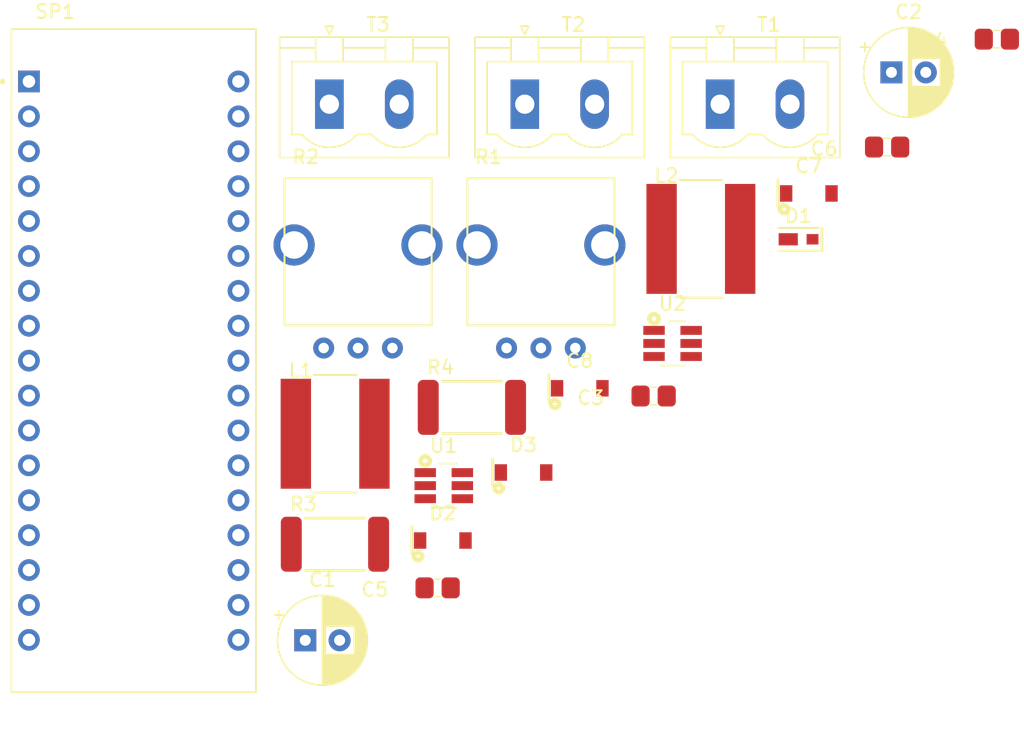
<source format=kicad_pcb>
(kicad_pcb (version 20171130) (host pcbnew "(5.1.6)-1")

  (general
    (thickness 1.6)
    (drawings 0)
    (tracks 0)
    (zones 0)
    (modules 23)
    (nets 39)
  )

  (page A4)
  (layers
    (0 F.Cu signal)
    (31 B.Cu signal)
    (32 B.Adhes user)
    (33 F.Adhes user)
    (34 B.Paste user)
    (35 F.Paste user)
    (36 B.SilkS user)
    (37 F.SilkS user)
    (38 B.Mask user)
    (39 F.Mask user)
    (40 Dwgs.User user)
    (41 Cmts.User user)
    (42 Eco1.User user)
    (43 Eco2.User user)
    (44 Edge.Cuts user)
    (45 Margin user)
    (46 B.CrtYd user)
    (47 F.CrtYd user)
    (48 B.Fab user)
    (49 F.Fab user)
  )

  (setup
    (last_trace_width 0.25)
    (trace_clearance 0.2)
    (zone_clearance 0.508)
    (zone_45_only no)
    (trace_min 0.2)
    (via_size 0.8)
    (via_drill 0.4)
    (via_min_size 0.4)
    (via_min_drill 0.3)
    (uvia_size 0.3)
    (uvia_drill 0.1)
    (uvias_allowed no)
    (uvia_min_size 0.2)
    (uvia_min_drill 0.1)
    (edge_width 0.05)
    (segment_width 0.2)
    (pcb_text_width 0.3)
    (pcb_text_size 1.5 1.5)
    (mod_edge_width 0.12)
    (mod_text_size 1 1)
    (mod_text_width 0.15)
    (pad_size 1.524 1.524)
    (pad_drill 0.762)
    (pad_to_mask_clearance 0.05)
    (aux_axis_origin 0 0)
    (visible_elements FFFFFF7F)
    (pcbplotparams
      (layerselection 0x010fc_ffffffff)
      (usegerberextensions false)
      (usegerberattributes true)
      (usegerberadvancedattributes true)
      (creategerberjobfile true)
      (excludeedgelayer true)
      (linewidth 0.100000)
      (plotframeref false)
      (viasonmask false)
      (mode 1)
      (useauxorigin false)
      (hpglpennumber 1)
      (hpglpenspeed 20)
      (hpglpendiameter 15.000000)
      (psnegative false)
      (psa4output false)
      (plotreference true)
      (plotvalue true)
      (plotinvisibletext false)
      (padsonsilk false)
      (subtractmaskfromsilk false)
      (outputformat 1)
      (mirror false)
      (drillshape 1)
      (scaleselection 1)
      (outputdirectory ""))
  )

  (net 0 "")
  (net 1 +12V)
  (net 2 GND)
  (net 3 "Net-(C5-Pad1)")
  (net 4 "Net-(C6-Pad1)")
  (net 5 "Net-(C7-Pad1)")
  (net 6 "Net-(C8-Pad1)")
  (net 7 "Net-(D2-Pad1)")
  (net 8 "Net-(D3-Pad1)")
  (net 9 "Net-(R1-Pad2)")
  (net 10 +5V)
  (net 11 "Net-(R2-Pad2)")
  (net 12 "Net-(R3-Pad2)")
  (net 13 "Net-(R4-Pad2)")
  (net 14 "Net-(SP1-Pad34)")
  (net 15 "Net-(SP1-Pad33)")
  (net 16 "Net-(SP1-Pad30)")
  (net 17 "Net-(SP1-Pad26)")
  (net 18 "Net-(SP1-Pad25)")
  (net 19 "Net-(SP1-Pad24)")
  (net 20 "Net-(SP1-Pad23)")
  (net 21 "Net-(SP1-Pad20)")
  (net 22 "Net-(SP1-Pad19)")
  (net 23 "Net-(SP1-Pad18)")
  (net 24 /PWM_DIM2)
  (net 25 /PWM_DIM1)
  (net 26 "Net-(SP1-Pad15)")
  (net 27 "Net-(SP1-Pad14)")
  (net 28 "Net-(SP1-Pad13)")
  (net 29 "Net-(SP1-Pad12)")
  (net 30 "Net-(SP1-Pad11)")
  (net 31 "Net-(SP1-Pad10)")
  (net 32 "Net-(SP1-Pad9)")
  (net 33 "Net-(SP1-Pad8)")
  (net 34 "Net-(SP1-Pad7)")
  (net 35 "Net-(SP1-Pad4)")
  (net 36 "Net-(SP1-Pad3)")
  (net 37 "Net-(SP1-Pad2)")
  (net 38 "Net-(SP1-Pad1)")

  (net_class Default "This is the default net class."
    (clearance 0.2)
    (trace_width 0.25)
    (via_dia 0.8)
    (via_drill 0.4)
    (uvia_dia 0.3)
    (uvia_drill 0.1)
    (add_net +12V)
    (add_net +5V)
    (add_net /PWM_DIM1)
    (add_net /PWM_DIM2)
    (add_net GND)
    (add_net "Net-(C5-Pad1)")
    (add_net "Net-(C6-Pad1)")
    (add_net "Net-(C7-Pad1)")
    (add_net "Net-(C8-Pad1)")
    (add_net "Net-(D2-Pad1)")
    (add_net "Net-(D3-Pad1)")
    (add_net "Net-(R1-Pad2)")
    (add_net "Net-(R2-Pad2)")
    (add_net "Net-(R3-Pad2)")
    (add_net "Net-(R4-Pad2)")
    (add_net "Net-(SP1-Pad1)")
    (add_net "Net-(SP1-Pad10)")
    (add_net "Net-(SP1-Pad11)")
    (add_net "Net-(SP1-Pad12)")
    (add_net "Net-(SP1-Pad13)")
    (add_net "Net-(SP1-Pad14)")
    (add_net "Net-(SP1-Pad15)")
    (add_net "Net-(SP1-Pad18)")
    (add_net "Net-(SP1-Pad19)")
    (add_net "Net-(SP1-Pad2)")
    (add_net "Net-(SP1-Pad20)")
    (add_net "Net-(SP1-Pad23)")
    (add_net "Net-(SP1-Pad24)")
    (add_net "Net-(SP1-Pad25)")
    (add_net "Net-(SP1-Pad26)")
    (add_net "Net-(SP1-Pad3)")
    (add_net "Net-(SP1-Pad30)")
    (add_net "Net-(SP1-Pad33)")
    (add_net "Net-(SP1-Pad34)")
    (add_net "Net-(SP1-Pad4)")
    (add_net "Net-(SP1-Pad7)")
    (add_net "Net-(SP1-Pad8)")
    (add_net "Net-(SP1-Pad9)")
  )

  (module AVR-KiCAD-Lib-ICs:SOT-23-6_Handsoldering (layer F.Cu) (tedit 5E83F218) (tstamp 5F24FFE2)
    (at 161.464759 89.148114)
    (descr "6-pin SOT-23 package, Handsoldering")
    (tags "SOT-23-6 Handsoldering")
    (path /5F30C987)
    (attr smd)
    (fp_text reference U2 (at 0 -2.9) (layer F.SilkS)
      (effects (font (size 1 1) (thickness 0.15)))
    )
    (fp_text value TPS61165DBVR (at 0 2.9) (layer F.Fab)
      (effects (font (size 1 1) (thickness 0.15)))
    )
    (fp_text user %R (at 0 0 90) (layer F.Fab)
      (effects (font (size 0.5 0.5) (thickness 0.075)))
    )
    (fp_circle (center -1.35 -1.8) (end -1.2 -1.85) (layer F.SilkS) (width 0.35))
    (fp_line (start -0.9 1.61) (end 0.9 1.61) (layer F.SilkS) (width 0.12))
    (fp_line (start 0.9 -1.61) (end -0.3 -1.61) (layer F.SilkS) (width 0.12))
    (fp_line (start -2.4 1.8) (end -2.4 -1.8) (layer F.CrtYd) (width 0.05))
    (fp_line (start 2.4 1.8) (end -2.4 1.8) (layer F.CrtYd) (width 0.05))
    (fp_line (start 2.4 -1.8) (end 2.4 1.8) (layer F.CrtYd) (width 0.05))
    (fp_line (start -2.4 -1.8) (end 2.4 -1.8) (layer F.CrtYd) (width 0.05))
    (fp_line (start -0.9 -0.9) (end -0.25 -1.55) (layer F.Fab) (width 0.1))
    (fp_line (start 0.9 -1.55) (end -0.25 -1.55) (layer F.Fab) (width 0.1))
    (fp_line (start -0.9 -0.9) (end -0.9 1.55) (layer F.Fab) (width 0.1))
    (fp_line (start 0.9 1.55) (end -0.9 1.55) (layer F.Fab) (width 0.1))
    (fp_line (start 0.9 -1.55) (end 0.9 1.55) (layer F.Fab) (width 0.1))
    (pad 1 smd rect (at -1.35 -0.95) (size 1.56 0.65) (layers F.Cu F.Paste F.Mask)
      (net 1 +12V))
    (pad 2 smd rect (at -1.35 0) (size 1.56 0.65) (layers F.Cu F.Paste F.Mask)
      (net 24 /PWM_DIM2))
    (pad 3 smd rect (at -1.35 0.95) (size 1.56 0.65) (layers F.Cu F.Paste F.Mask)
      (net 8 "Net-(D3-Pad1)"))
    (pad 4 smd rect (at 1.35 0.95) (size 1.56 0.65) (layers F.Cu F.Paste F.Mask)
      (net 2 GND))
    (pad 6 smd rect (at 1.35 -0.95) (size 1.56 0.65) (layers F.Cu F.Paste F.Mask)
      (net 13 "Net-(R4-Pad2)"))
    (pad 5 smd rect (at 1.35 0) (size 1.56 0.65) (layers F.Cu F.Paste F.Mask)
      (net 4 "Net-(C6-Pad1)"))
    (model ${KISYS3DMOD}/TO_SOT_Packages_SMD.3dshapes/SOT-23-6.wrl
      (at (xyz 0 0 0))
      (scale (xyz 1 1 1))
      (rotate (xyz 0 0 0))
    )
  )

  (module AVR-KiCAD-Lib-ICs:SOT-23-6_Handsoldering (layer F.Cu) (tedit 5E83F218) (tstamp 5F24FFCB)
    (at 144.824759 99.498114)
    (descr "6-pin SOT-23 package, Handsoldering")
    (tags "SOT-23-6 Handsoldering")
    (path /5EE1DDD4)
    (attr smd)
    (fp_text reference U1 (at 0 -2.9) (layer F.SilkS)
      (effects (font (size 1 1) (thickness 0.15)))
    )
    (fp_text value TPS61165DBVR (at 0 2.9) (layer F.Fab)
      (effects (font (size 1 1) (thickness 0.15)))
    )
    (fp_text user %R (at 0 0 90) (layer F.Fab)
      (effects (font (size 0.5 0.5) (thickness 0.075)))
    )
    (fp_circle (center -1.35 -1.8) (end -1.2 -1.85) (layer F.SilkS) (width 0.35))
    (fp_line (start -0.9 1.61) (end 0.9 1.61) (layer F.SilkS) (width 0.12))
    (fp_line (start 0.9 -1.61) (end -0.3 -1.61) (layer F.SilkS) (width 0.12))
    (fp_line (start -2.4 1.8) (end -2.4 -1.8) (layer F.CrtYd) (width 0.05))
    (fp_line (start 2.4 1.8) (end -2.4 1.8) (layer F.CrtYd) (width 0.05))
    (fp_line (start 2.4 -1.8) (end 2.4 1.8) (layer F.CrtYd) (width 0.05))
    (fp_line (start -2.4 -1.8) (end 2.4 -1.8) (layer F.CrtYd) (width 0.05))
    (fp_line (start -0.9 -0.9) (end -0.25 -1.55) (layer F.Fab) (width 0.1))
    (fp_line (start 0.9 -1.55) (end -0.25 -1.55) (layer F.Fab) (width 0.1))
    (fp_line (start -0.9 -0.9) (end -0.9 1.55) (layer F.Fab) (width 0.1))
    (fp_line (start 0.9 1.55) (end -0.9 1.55) (layer F.Fab) (width 0.1))
    (fp_line (start 0.9 -1.55) (end 0.9 1.55) (layer F.Fab) (width 0.1))
    (pad 1 smd rect (at -1.35 -0.95) (size 1.56 0.65) (layers F.Cu F.Paste F.Mask)
      (net 1 +12V))
    (pad 2 smd rect (at -1.35 0) (size 1.56 0.65) (layers F.Cu F.Paste F.Mask)
      (net 25 /PWM_DIM1))
    (pad 3 smd rect (at -1.35 0.95) (size 1.56 0.65) (layers F.Cu F.Paste F.Mask)
      (net 7 "Net-(D2-Pad1)"))
    (pad 4 smd rect (at 1.35 0.95) (size 1.56 0.65) (layers F.Cu F.Paste F.Mask)
      (net 2 GND))
    (pad 6 smd rect (at 1.35 -0.95) (size 1.56 0.65) (layers F.Cu F.Paste F.Mask)
      (net 12 "Net-(R3-Pad2)"))
    (pad 5 smd rect (at 1.35 0) (size 1.56 0.65) (layers F.Cu F.Paste F.Mask)
      (net 3 "Net-(C5-Pad1)"))
    (model ${KISYS3DMOD}/TO_SOT_Packages_SMD.3dshapes/SOT-23-6.wrl
      (at (xyz 0 0 0))
      (scale (xyz 1 1 1))
      (rotate (xyz 0 0 0))
    )
  )

  (module growbox-KiCAD-Connectors:PhoenixContact_MSTBVA-G_02x5.08mm_Vertical (layer F.Cu) (tedit 59566E5C) (tstamp 5F24FFB4)
    (at 136.504759 71.735)
    (descr "Generic Phoenix Contact connector footprint for series: MSTBVA-G; number of pins: 02; pin pitch: 5.08mm; Vertical || order number: 1755736 12A || order number: 1924305 16A (HC)")
    (tags "phoenix_contact connector MSTBVA_01x02_G_5.08mm")
    (path /5F30CA99)
    (fp_text reference T3 (at 3.54 -5.8) (layer F.SilkS)
      (effects (font (size 1 1) (thickness 0.15)))
    )
    (fp_text value 1755736 (at 2.54 4.8) (layer F.Fab)
      (effects (font (size 1 1) (thickness 0.15)))
    )
    (fp_arc (start 0 0.55) (end -2 2.2) (angle -100.5) (layer F.SilkS) (width 0.12))
    (fp_arc (start 5.08 0.55) (end 3.08 2.2) (angle -100.5) (layer F.SilkS) (width 0.12))
    (fp_text user %R (at 3.54 -3) (layer F.Fab)
      (effects (font (size 1 1) (thickness 0.15)))
    )
    (fp_line (start -0.5 -3.55) (end 0.5 -3.55) (layer F.Fab) (width 0.1))
    (fp_line (start 0 -2.55) (end -0.5 -3.55) (layer F.Fab) (width 0.1))
    (fp_line (start 0.5 -3.55) (end 0 -2.55) (layer F.Fab) (width 0.1))
    (fp_line (start -0.3 -5.68) (end 0.3 -5.68) (layer F.SilkS) (width 0.12))
    (fp_line (start 0 -5.08) (end -0.3 -5.68) (layer F.SilkS) (width 0.12))
    (fp_line (start 0.3 -5.68) (end 0 -5.08) (layer F.SilkS) (width 0.12))
    (fp_line (start 9.12 -5.3) (end -4.04 -5.3) (layer F.CrtYd) (width 0.05))
    (fp_line (start 9.12 4.3) (end 9.12 -5.3) (layer F.CrtYd) (width 0.05))
    (fp_line (start -4.04 4.3) (end 9.12 4.3) (layer F.CrtYd) (width 0.05))
    (fp_line (start -4.04 -5.3) (end -4.04 4.3) (layer F.CrtYd) (width 0.05))
    (fp_line (start 7.82 2.2) (end 7.08 2.2) (layer F.SilkS) (width 0.12))
    (fp_line (start 7.82 -3.1) (end 7.82 2.2) (layer F.SilkS) (width 0.12))
    (fp_line (start -2.74 -3.1) (end 7.82 -3.1) (layer F.SilkS) (width 0.12))
    (fp_line (start -2.74 2.2) (end -2.74 -3.1) (layer F.SilkS) (width 0.12))
    (fp_line (start -2 2.2) (end -2.74 2.2) (layer F.SilkS) (width 0.12))
    (fp_line (start 2 2.2) (end 3.08 2.2) (layer F.SilkS) (width 0.12))
    (fp_line (start 6.08 -3.1) (end 4.08 -3.1) (layer F.SilkS) (width 0.12))
    (fp_line (start 6.08 -4.88) (end 6.08 -3.1) (layer F.SilkS) (width 0.12))
    (fp_line (start 4.08 -4.88) (end 6.08 -4.88) (layer F.SilkS) (width 0.12))
    (fp_line (start 4.08 -3.1) (end 4.08 -4.88) (layer F.SilkS) (width 0.12))
    (fp_line (start 1 -3.1) (end -1 -3.1) (layer F.SilkS) (width 0.12))
    (fp_line (start 1 -4.88) (end 1 -3.1) (layer F.SilkS) (width 0.12))
    (fp_line (start -1 -4.88) (end 1 -4.88) (layer F.SilkS) (width 0.12))
    (fp_line (start -1 -3.1) (end -1 -4.88) (layer F.SilkS) (width 0.12))
    (fp_line (start 1 -4.1) (end 4.08 -4.1) (layer F.SilkS) (width 0.12))
    (fp_line (start 8.7 -4.1) (end 6.16 -4.1) (layer F.SilkS) (width 0.12))
    (fp_line (start -3.62 -4.1) (end -1.08 -4.1) (layer F.SilkS) (width 0.12))
    (fp_line (start 8.62 -4.8) (end -3.54 -4.8) (layer F.Fab) (width 0.1))
    (fp_line (start 8.62 3.8) (end 8.62 -4.8) (layer F.Fab) (width 0.1))
    (fp_line (start -3.54 3.8) (end 8.62 3.8) (layer F.Fab) (width 0.1))
    (fp_line (start -3.54 -4.8) (end -3.54 3.8) (layer F.Fab) (width 0.1))
    (fp_line (start 8.7 -4.88) (end -3.62 -4.88) (layer F.SilkS) (width 0.12))
    (fp_line (start 8.7 3.88) (end 8.7 -4.88) (layer F.SilkS) (width 0.12))
    (fp_line (start -3.62 3.88) (end 8.7 3.88) (layer F.SilkS) (width 0.12))
    (fp_line (start -3.62 -4.88) (end -3.62 3.88) (layer F.SilkS) (width 0.12))
    (pad 1 thru_hole rect (at 0 0) (size 2.08 3.6) (drill 1.4) (layers *.Cu *.Mask)
      (net 6 "Net-(C8-Pad1)"))
    (pad 2 thru_hole oval (at 5.08 0) (size 2.08 3.6) (drill 1.4) (layers *.Cu *.Mask)
      (net 13 "Net-(R4-Pad2)"))
    (model ${KISYS3DMOD}/Connectors_Phoenix.3dshapes/PhoenixContact_MSTBVA-G_02x5.08mm_Vertical.wrl
      (at (xyz 0 0 0))
      (scale (xyz 1 1 1))
      (rotate (xyz 0 0 0))
    )
  )

  (module growbox-KiCAD-Connectors:PhoenixContact_MSTBVA-G_02x5.08mm_Vertical (layer F.Cu) (tedit 59566E5C) (tstamp 5F24FF88)
    (at 150.714759 71.735)
    (descr "Generic Phoenix Contact connector footprint for series: MSTBVA-G; number of pins: 02; pin pitch: 5.08mm; Vertical || order number: 1755736 12A || order number: 1924305 16A (HC)")
    (tags "phoenix_contact connector MSTBVA_01x02_G_5.08mm")
    (path /5F2E2053)
    (fp_text reference T2 (at 3.54 -5.8) (layer F.SilkS)
      (effects (font (size 1 1) (thickness 0.15)))
    )
    (fp_text value 1755736 (at 2.54 4.8) (layer F.Fab)
      (effects (font (size 1 1) (thickness 0.15)))
    )
    (fp_arc (start 0 0.55) (end -2 2.2) (angle -100.5) (layer F.SilkS) (width 0.12))
    (fp_arc (start 5.08 0.55) (end 3.08 2.2) (angle -100.5) (layer F.SilkS) (width 0.12))
    (fp_text user %R (at 3.54 -3) (layer F.Fab)
      (effects (font (size 1 1) (thickness 0.15)))
    )
    (fp_line (start -0.5 -3.55) (end 0.5 -3.55) (layer F.Fab) (width 0.1))
    (fp_line (start 0 -2.55) (end -0.5 -3.55) (layer F.Fab) (width 0.1))
    (fp_line (start 0.5 -3.55) (end 0 -2.55) (layer F.Fab) (width 0.1))
    (fp_line (start -0.3 -5.68) (end 0.3 -5.68) (layer F.SilkS) (width 0.12))
    (fp_line (start 0 -5.08) (end -0.3 -5.68) (layer F.SilkS) (width 0.12))
    (fp_line (start 0.3 -5.68) (end 0 -5.08) (layer F.SilkS) (width 0.12))
    (fp_line (start 9.12 -5.3) (end -4.04 -5.3) (layer F.CrtYd) (width 0.05))
    (fp_line (start 9.12 4.3) (end 9.12 -5.3) (layer F.CrtYd) (width 0.05))
    (fp_line (start -4.04 4.3) (end 9.12 4.3) (layer F.CrtYd) (width 0.05))
    (fp_line (start -4.04 -5.3) (end -4.04 4.3) (layer F.CrtYd) (width 0.05))
    (fp_line (start 7.82 2.2) (end 7.08 2.2) (layer F.SilkS) (width 0.12))
    (fp_line (start 7.82 -3.1) (end 7.82 2.2) (layer F.SilkS) (width 0.12))
    (fp_line (start -2.74 -3.1) (end 7.82 -3.1) (layer F.SilkS) (width 0.12))
    (fp_line (start -2.74 2.2) (end -2.74 -3.1) (layer F.SilkS) (width 0.12))
    (fp_line (start -2 2.2) (end -2.74 2.2) (layer F.SilkS) (width 0.12))
    (fp_line (start 2 2.2) (end 3.08 2.2) (layer F.SilkS) (width 0.12))
    (fp_line (start 6.08 -3.1) (end 4.08 -3.1) (layer F.SilkS) (width 0.12))
    (fp_line (start 6.08 -4.88) (end 6.08 -3.1) (layer F.SilkS) (width 0.12))
    (fp_line (start 4.08 -4.88) (end 6.08 -4.88) (layer F.SilkS) (width 0.12))
    (fp_line (start 4.08 -3.1) (end 4.08 -4.88) (layer F.SilkS) (width 0.12))
    (fp_line (start 1 -3.1) (end -1 -3.1) (layer F.SilkS) (width 0.12))
    (fp_line (start 1 -4.88) (end 1 -3.1) (layer F.SilkS) (width 0.12))
    (fp_line (start -1 -4.88) (end 1 -4.88) (layer F.SilkS) (width 0.12))
    (fp_line (start -1 -3.1) (end -1 -4.88) (layer F.SilkS) (width 0.12))
    (fp_line (start 1 -4.1) (end 4.08 -4.1) (layer F.SilkS) (width 0.12))
    (fp_line (start 8.7 -4.1) (end 6.16 -4.1) (layer F.SilkS) (width 0.12))
    (fp_line (start -3.62 -4.1) (end -1.08 -4.1) (layer F.SilkS) (width 0.12))
    (fp_line (start 8.62 -4.8) (end -3.54 -4.8) (layer F.Fab) (width 0.1))
    (fp_line (start 8.62 3.8) (end 8.62 -4.8) (layer F.Fab) (width 0.1))
    (fp_line (start -3.54 3.8) (end 8.62 3.8) (layer F.Fab) (width 0.1))
    (fp_line (start -3.54 -4.8) (end -3.54 3.8) (layer F.Fab) (width 0.1))
    (fp_line (start 8.7 -4.88) (end -3.62 -4.88) (layer F.SilkS) (width 0.12))
    (fp_line (start 8.7 3.88) (end 8.7 -4.88) (layer F.SilkS) (width 0.12))
    (fp_line (start -3.62 3.88) (end 8.7 3.88) (layer F.SilkS) (width 0.12))
    (fp_line (start -3.62 -4.88) (end -3.62 3.88) (layer F.SilkS) (width 0.12))
    (pad 1 thru_hole rect (at 0 0) (size 2.08 3.6) (drill 1.4) (layers *.Cu *.Mask)
      (net 5 "Net-(C7-Pad1)"))
    (pad 2 thru_hole oval (at 5.08 0) (size 2.08 3.6) (drill 1.4) (layers *.Cu *.Mask)
      (net 12 "Net-(R3-Pad2)"))
    (model ${KISYS3DMOD}/Connectors_Phoenix.3dshapes/PhoenixContact_MSTBVA-G_02x5.08mm_Vertical.wrl
      (at (xyz 0 0 0))
      (scale (xyz 1 1 1))
      (rotate (xyz 0 0 0))
    )
  )

  (module growbox-KiCAD-Connectors:PhoenixContact_MSTBVA-G_02x5.08mm_Vertical (layer F.Cu) (tedit 59566E5C) (tstamp 5F24FF5C)
    (at 164.924759 71.735)
    (descr "Generic Phoenix Contact connector footprint for series: MSTBVA-G; number of pins: 02; pin pitch: 5.08mm; Vertical || order number: 1755736 12A || order number: 1924305 16A (HC)")
    (tags "phoenix_contact connector MSTBVA_01x02_G_5.08mm")
    (path /5F32F870)
    (fp_text reference T1 (at 3.54 -5.8) (layer F.SilkS)
      (effects (font (size 1 1) (thickness 0.15)))
    )
    (fp_text value 1755736 (at 2.54 4.8) (layer F.Fab)
      (effects (font (size 1 1) (thickness 0.15)))
    )
    (fp_arc (start 0 0.55) (end -2 2.2) (angle -100.5) (layer F.SilkS) (width 0.12))
    (fp_arc (start 5.08 0.55) (end 3.08 2.2) (angle -100.5) (layer F.SilkS) (width 0.12))
    (fp_text user %R (at 3.54 -3) (layer F.Fab)
      (effects (font (size 1 1) (thickness 0.15)))
    )
    (fp_line (start -0.5 -3.55) (end 0.5 -3.55) (layer F.Fab) (width 0.1))
    (fp_line (start 0 -2.55) (end -0.5 -3.55) (layer F.Fab) (width 0.1))
    (fp_line (start 0.5 -3.55) (end 0 -2.55) (layer F.Fab) (width 0.1))
    (fp_line (start -0.3 -5.68) (end 0.3 -5.68) (layer F.SilkS) (width 0.12))
    (fp_line (start 0 -5.08) (end -0.3 -5.68) (layer F.SilkS) (width 0.12))
    (fp_line (start 0.3 -5.68) (end 0 -5.08) (layer F.SilkS) (width 0.12))
    (fp_line (start 9.12 -5.3) (end -4.04 -5.3) (layer F.CrtYd) (width 0.05))
    (fp_line (start 9.12 4.3) (end 9.12 -5.3) (layer F.CrtYd) (width 0.05))
    (fp_line (start -4.04 4.3) (end 9.12 4.3) (layer F.CrtYd) (width 0.05))
    (fp_line (start -4.04 -5.3) (end -4.04 4.3) (layer F.CrtYd) (width 0.05))
    (fp_line (start 7.82 2.2) (end 7.08 2.2) (layer F.SilkS) (width 0.12))
    (fp_line (start 7.82 -3.1) (end 7.82 2.2) (layer F.SilkS) (width 0.12))
    (fp_line (start -2.74 -3.1) (end 7.82 -3.1) (layer F.SilkS) (width 0.12))
    (fp_line (start -2.74 2.2) (end -2.74 -3.1) (layer F.SilkS) (width 0.12))
    (fp_line (start -2 2.2) (end -2.74 2.2) (layer F.SilkS) (width 0.12))
    (fp_line (start 2 2.2) (end 3.08 2.2) (layer F.SilkS) (width 0.12))
    (fp_line (start 6.08 -3.1) (end 4.08 -3.1) (layer F.SilkS) (width 0.12))
    (fp_line (start 6.08 -4.88) (end 6.08 -3.1) (layer F.SilkS) (width 0.12))
    (fp_line (start 4.08 -4.88) (end 6.08 -4.88) (layer F.SilkS) (width 0.12))
    (fp_line (start 4.08 -3.1) (end 4.08 -4.88) (layer F.SilkS) (width 0.12))
    (fp_line (start 1 -3.1) (end -1 -3.1) (layer F.SilkS) (width 0.12))
    (fp_line (start 1 -4.88) (end 1 -3.1) (layer F.SilkS) (width 0.12))
    (fp_line (start -1 -4.88) (end 1 -4.88) (layer F.SilkS) (width 0.12))
    (fp_line (start -1 -3.1) (end -1 -4.88) (layer F.SilkS) (width 0.12))
    (fp_line (start 1 -4.1) (end 4.08 -4.1) (layer F.SilkS) (width 0.12))
    (fp_line (start 8.7 -4.1) (end 6.16 -4.1) (layer F.SilkS) (width 0.12))
    (fp_line (start -3.62 -4.1) (end -1.08 -4.1) (layer F.SilkS) (width 0.12))
    (fp_line (start 8.62 -4.8) (end -3.54 -4.8) (layer F.Fab) (width 0.1))
    (fp_line (start 8.62 3.8) (end 8.62 -4.8) (layer F.Fab) (width 0.1))
    (fp_line (start -3.54 3.8) (end 8.62 3.8) (layer F.Fab) (width 0.1))
    (fp_line (start -3.54 -4.8) (end -3.54 3.8) (layer F.Fab) (width 0.1))
    (fp_line (start 8.7 -4.88) (end -3.62 -4.88) (layer F.SilkS) (width 0.12))
    (fp_line (start 8.7 3.88) (end 8.7 -4.88) (layer F.SilkS) (width 0.12))
    (fp_line (start -3.62 3.88) (end 8.7 3.88) (layer F.SilkS) (width 0.12))
    (fp_line (start -3.62 -4.88) (end -3.62 3.88) (layer F.SilkS) (width 0.12))
    (pad 1 thru_hole rect (at 0 0) (size 2.08 3.6) (drill 1.4) (layers *.Cu *.Mask)
      (net 1 +12V))
    (pad 2 thru_hole oval (at 5.08 0) (size 2.08 3.6) (drill 1.4) (layers *.Cu *.Mask)
      (net 2 GND))
    (model ${KISYS3DMOD}/Connectors_Phoenix.3dshapes/PhoenixContact_MSTBVA-G_02x5.08mm_Vertical.wrl
      (at (xyz 0 0 0))
      (scale (xyz 1 1 1))
      (rotate (xyz 0 0 0))
    )
  )

  (module AVR-KiCAD-Lib-Special:ARDUINO_A000053 (layer F.Cu) (tedit 5F24F321) (tstamp 5F24FF30)
    (at 122.274759 90.4)
    (path /5F385434)
    (fp_text reference SP1 (at -5.715 -25.4) (layer F.SilkS)
      (effects (font (size 1 1) (thickness 0.15)))
    )
    (fp_text value Arduino_Micro (at 0.635 26.035) (layer F.Fab)
      (effects (font (size 1 1) (thickness 0.15)))
    )
    (fp_circle (center -9.525 -20.32) (end -9.425 -20.32) (layer F.Fab) (width 0.2))
    (fp_circle (center -9.525 -20.32) (end -9.425 -20.32) (layer F.SilkS) (width 0.2))
    (fp_line (start -9.14 -24.38) (end 9.14 -24.38) (layer F.CrtYd) (width 0.05))
    (fp_line (start -9.14 24.38) (end -9.14 -24.38) (layer F.CrtYd) (width 0.05))
    (fp_line (start 9.14 24.38) (end 9.14 -24.38) (layer F.CrtYd) (width 0.05))
    (fp_line (start -9.14 24.38) (end 9.14 24.38) (layer F.CrtYd) (width 0.05))
    (fp_line (start -8.89 -24.13) (end 8.89 -24.13) (layer F.SilkS) (width 0.127))
    (fp_line (start -8.89 24.13) (end -8.89 -24.13) (layer F.SilkS) (width 0.127))
    (fp_line (start 8.89 24.13) (end 8.89 -24.13) (layer F.SilkS) (width 0.127))
    (fp_line (start -8.89 24.13) (end 8.89 24.13) (layer F.SilkS) (width 0.127))
    (fp_line (start -8.89 -24.13) (end 8.89 -24.13) (layer F.Fab) (width 0.127))
    (fp_line (start -8.89 24.13) (end -8.89 -24.13) (layer F.Fab) (width 0.127))
    (fp_line (start 8.89 24.13) (end 8.89 -24.13) (layer F.Fab) (width 0.127))
    (fp_line (start -8.89 24.13) (end 8.89 24.13) (layer F.Fab) (width 0.127))
    (pad None np_thru_hole circle (at 7.62 -22.86) (size 1.2 1.2) (drill 1.2) (layers *.Cu *.Mask))
    (pad None np_thru_hole circle (at -7.62 -22.86) (size 1.2 1.2) (drill 1.2) (layers *.Cu *.Mask))
    (pad None np_thru_hole circle (at 7.62 22.86) (size 1.2 1.2) (drill 1.2) (layers *.Cu *.Mask))
    (pad None np_thru_hole circle (at -7.62 22.86) (size 1.2 1.2) (drill 1.2) (layers *.Cu *.Mask))
    (pad 34 thru_hole circle (at 7.62 -20.32) (size 1.5748 1.5748) (drill 0.9144) (layers *.Cu *.Mask)
      (net 14 "Net-(SP1-Pad34)"))
    (pad 33 thru_hole circle (at 7.62 -17.78) (size 1.5748 1.5748) (drill 0.9144) (layers *.Cu *.Mask)
      (net 15 "Net-(SP1-Pad33)"))
    (pad 32 thru_hole circle (at 7.62 -15.24) (size 1.5748 1.5748) (drill 0.9144) (layers *.Cu *.Mask)
      (net 1 +12V))
    (pad 31 thru_hole circle (at 7.62 -12.7) (size 1.5748 1.5748) (drill 0.9144) (layers *.Cu *.Mask)
      (net 2 GND))
    (pad 30 thru_hole circle (at 7.62 -10.16) (size 1.5748 1.5748) (drill 0.9144) (layers *.Cu *.Mask)
      (net 16 "Net-(SP1-Pad30)"))
    (pad 29 thru_hole circle (at 7.62 -7.62) (size 1.5748 1.5748) (drill 0.9144) (layers *.Cu *.Mask)
      (net 10 +5V))
    (pad 28 thru_hole circle (at 7.62 -5.08) (size 1.5748 1.5748) (drill 0.9144) (layers *.Cu *.Mask))
    (pad 27 thru_hole circle (at 7.62 -2.54) (size 1.5748 1.5748) (drill 0.9144) (layers *.Cu *.Mask))
    (pad 26 thru_hole circle (at 7.62 0) (size 1.5748 1.5748) (drill 0.9144) (layers *.Cu *.Mask)
      (net 17 "Net-(SP1-Pad26)"))
    (pad 25 thru_hole circle (at 7.62 2.54) (size 1.5748 1.5748) (drill 0.9144) (layers *.Cu *.Mask)
      (net 18 "Net-(SP1-Pad25)"))
    (pad 24 thru_hole circle (at 7.62 5.08) (size 1.5748 1.5748) (drill 0.9144) (layers *.Cu *.Mask)
      (net 19 "Net-(SP1-Pad24)"))
    (pad 23 thru_hole circle (at 7.62 7.62) (size 1.5748 1.5748) (drill 0.9144) (layers *.Cu *.Mask)
      (net 20 "Net-(SP1-Pad23)"))
    (pad 22 thru_hole circle (at 7.62 10.16) (size 1.5748 1.5748) (drill 0.9144) (layers *.Cu *.Mask)
      (net 11 "Net-(R2-Pad2)"))
    (pad 21 thru_hole circle (at 7.62 12.7) (size 1.5748 1.5748) (drill 0.9144) (layers *.Cu *.Mask)
      (net 9 "Net-(R1-Pad2)"))
    (pad 20 thru_hole circle (at 7.62 15.24) (size 1.5748 1.5748) (drill 0.9144) (layers *.Cu *.Mask)
      (net 21 "Net-(SP1-Pad20)"))
    (pad 19 thru_hole circle (at 7.62 17.78) (size 1.5748 1.5748) (drill 0.9144) (layers *.Cu *.Mask)
      (net 22 "Net-(SP1-Pad19)"))
    (pad 18 thru_hole circle (at 7.62 20.32) (size 1.5748 1.5748) (drill 0.9144) (layers *.Cu *.Mask)
      (net 23 "Net-(SP1-Pad18)"))
    (pad 17 thru_hole circle (at -7.62 20.32) (size 1.5748 1.5748) (drill 0.9144) (layers *.Cu *.Mask)
      (net 24 /PWM_DIM2))
    (pad 16 thru_hole circle (at -7.62 17.78) (size 1.5748 1.5748) (drill 0.9144) (layers *.Cu *.Mask)
      (net 25 /PWM_DIM1))
    (pad 15 thru_hole circle (at -7.62 15.24) (size 1.5748 1.5748) (drill 0.9144) (layers *.Cu *.Mask)
      (net 26 "Net-(SP1-Pad15)"))
    (pad 14 thru_hole circle (at -7.62 12.7) (size 1.5748 1.5748) (drill 0.9144) (layers *.Cu *.Mask)
      (net 27 "Net-(SP1-Pad14)"))
    (pad 13 thru_hole circle (at -7.62 10.16) (size 1.5748 1.5748) (drill 0.9144) (layers *.Cu *.Mask)
      (net 28 "Net-(SP1-Pad13)"))
    (pad 12 thru_hole circle (at -7.62 7.62) (size 1.5748 1.5748) (drill 0.9144) (layers *.Cu *.Mask)
      (net 29 "Net-(SP1-Pad12)"))
    (pad 11 thru_hole circle (at -7.62 5.08) (size 1.5748 1.5748) (drill 0.9144) (layers *.Cu *.Mask)
      (net 30 "Net-(SP1-Pad11)"))
    (pad 10 thru_hole circle (at -7.62 2.54) (size 1.5748 1.5748) (drill 0.9144) (layers *.Cu *.Mask)
      (net 31 "Net-(SP1-Pad10)"))
    (pad 9 thru_hole circle (at -7.62 0) (size 1.5748 1.5748) (drill 0.9144) (layers *.Cu *.Mask)
      (net 32 "Net-(SP1-Pad9)"))
    (pad 8 thru_hole circle (at -7.62 -2.54) (size 1.5748 1.5748) (drill 0.9144) (layers *.Cu *.Mask)
      (net 33 "Net-(SP1-Pad8)"))
    (pad 7 thru_hole circle (at -7.62 -5.08) (size 1.5748 1.5748) (drill 0.9144) (layers *.Cu *.Mask)
      (net 34 "Net-(SP1-Pad7)"))
    (pad 6 thru_hole circle (at -7.62 -7.62) (size 1.5748 1.5748) (drill 0.9144) (layers *.Cu *.Mask)
      (net 2 GND))
    (pad 5 thru_hole circle (at -7.62 -10.16) (size 1.5748 1.5748) (drill 0.9144) (layers *.Cu *.Mask)
      (net 16 "Net-(SP1-Pad30)"))
    (pad 4 thru_hole circle (at -7.62 -12.7) (size 1.5748 1.5748) (drill 0.9144) (layers *.Cu *.Mask)
      (net 35 "Net-(SP1-Pad4)"))
    (pad 3 thru_hole circle (at -7.62 -15.24) (size 1.5748 1.5748) (drill 0.9144) (layers *.Cu *.Mask)
      (net 36 "Net-(SP1-Pad3)"))
    (pad 2 thru_hole circle (at -7.62 -17.78) (size 1.5748 1.5748) (drill 0.9144) (layers *.Cu *.Mask)
      (net 37 "Net-(SP1-Pad2)"))
    (pad 1 thru_hole rect (at -7.62 -20.32) (size 1.5748 1.5748) (drill 0.9144) (layers *.Cu *.Mask)
      (net 38 "Net-(SP1-Pad1)"))
    (model "${AVR_KICAD_LIB}/3D/STEP/ARDUINO MICRO.STEP"
      (offset (xyz 7.6 -20.325 3))
      (scale (xyz 1 1 1))
      (rotate (xyz -90 0 -90))
    )
  )

  (module AVR-KiCAD-Lib-Resistors:R2512 (layer F.Cu) (tedit 5F24E6A2) (tstamp 5F24FEF8)
    (at 146.869759 93.8)
    (path /5F30CA4A)
    (fp_text reference R4 (at -2.286 -2.921) (layer F.SilkS)
      (effects (font (size 1 1) (thickness 0.15)))
    )
    (fp_text value WSLT2512R5000FEA (at 2.159 2.794) (layer F.Fab)
      (effects (font (size 1 1) (thickness 0.15)))
    )
    (fp_line (start -2.159 1.905) (end 2.159 1.905) (layer F.SilkS) (width 0.2))
    (fp_line (start -2.159 -1.905) (end 2.159 -1.905) (layer F.SilkS) (width 0.2))
    (fp_line (start -4.445 -2.54) (end 4.445 -2.54) (layer Dwgs.User) (width 0.05))
    (fp_line (start -4.445 2.54) (end -4.445 -2.54) (layer Dwgs.User) (width 0.05))
    (fp_line (start 4.445 2.54) (end -4.445 2.54) (layer Dwgs.User) (width 0.05))
    (fp_line (start 4.445 -2.54) (end 4.445 2.54) (layer Dwgs.User) (width 0.05))
    (fp_line (start 0.635 0) (end -0.635 0) (layer Dwgs.User) (width 0.05))
    (fp_line (start 0 -0.635) (end 0 0.635) (layer Dwgs.User) (width 0.05))
    (fp_line (start -3.175 1.55) (end -3.175 -1.55) (layer Eco1.User) (width 0.05))
    (fp_line (start 3.175 1.55) (end -3.175 1.55) (layer Eco1.User) (width 0.05))
    (fp_line (start 3.175 -1.55) (end 3.175 1.55) (layer Eco1.User) (width 0.05))
    (fp_line (start -3.175 -1.55) (end 3.175 -1.55) (layer Eco1.User) (width 0.05))
    (pad 2 smd roundrect (at 3.175 0) (size 1.524 4) (layers F.Cu F.Paste F.Mask) (roundrect_rratio 0.25)
      (net 13 "Net-(R4-Pad2)") (solder_mask_margin 0.102))
    (pad 1 smd roundrect (at -3.175 0) (size 1.524 4) (layers F.Cu F.Paste F.Mask) (roundrect_rratio 0.25)
      (net 2 GND) (solder_mask_margin 0.102))
    (model "${AVR_KICAD_LIB}/3D/STEP/WSLT2512 (0.01 to 0.5).stp"
      (at (xyz 0 0 0))
      (scale (xyz 1 1 1))
      (rotate (xyz 0 0 0))
    )
  )

  (module AVR-KiCAD-Lib-Resistors:R2512 (layer F.Cu) (tedit 5F24E6A2) (tstamp 5F24FEE6)
    (at 136.909759 103.76)
    (path /5F29C145)
    (fp_text reference R3 (at -2.286 -2.921) (layer F.SilkS)
      (effects (font (size 1 1) (thickness 0.15)))
    )
    (fp_text value WSLT2512R5000FEA (at 2.159 2.794) (layer F.Fab)
      (effects (font (size 1 1) (thickness 0.15)))
    )
    (fp_line (start -2.159 1.905) (end 2.159 1.905) (layer F.SilkS) (width 0.2))
    (fp_line (start -2.159 -1.905) (end 2.159 -1.905) (layer F.SilkS) (width 0.2))
    (fp_line (start -4.445 -2.54) (end 4.445 -2.54) (layer Dwgs.User) (width 0.05))
    (fp_line (start -4.445 2.54) (end -4.445 -2.54) (layer Dwgs.User) (width 0.05))
    (fp_line (start 4.445 2.54) (end -4.445 2.54) (layer Dwgs.User) (width 0.05))
    (fp_line (start 4.445 -2.54) (end 4.445 2.54) (layer Dwgs.User) (width 0.05))
    (fp_line (start 0.635 0) (end -0.635 0) (layer Dwgs.User) (width 0.05))
    (fp_line (start 0 -0.635) (end 0 0.635) (layer Dwgs.User) (width 0.05))
    (fp_line (start -3.175 1.55) (end -3.175 -1.55) (layer Eco1.User) (width 0.05))
    (fp_line (start 3.175 1.55) (end -3.175 1.55) (layer Eco1.User) (width 0.05))
    (fp_line (start 3.175 -1.55) (end 3.175 1.55) (layer Eco1.User) (width 0.05))
    (fp_line (start -3.175 -1.55) (end 3.175 -1.55) (layer Eco1.User) (width 0.05))
    (pad 2 smd roundrect (at 3.175 0) (size 1.524 4) (layers F.Cu F.Paste F.Mask) (roundrect_rratio 0.25)
      (net 12 "Net-(R3-Pad2)") (solder_mask_margin 0.102))
    (pad 1 smd roundrect (at -3.175 0) (size 1.524 4) (layers F.Cu F.Paste F.Mask) (roundrect_rratio 0.25)
      (net 2 GND) (solder_mask_margin 0.102))
    (model "${AVR_KICAD_LIB}/3D/STEP/WSLT2512 (0.01 to 0.5).stp"
      (at (xyz 0 0 0))
      (scale (xyz 1 1 1))
      (rotate (xyz 0 0 0))
    )
  )

  (module AVR-KiCAD-Lib-Potentiometers:P0915N-FC15BR10K (layer F.Cu) (tedit 5CEAFDF8) (tstamp 5F24FED4)
    (at 138.589758 85.73)
    (path /5F3DD218)
    (fp_text reference R2 (at -3.81 -10.16) (layer F.SilkS)
      (effects (font (size 1 1) (thickness 0.15)))
    )
    (fp_text value P0915N-EC15BR100K (at 0 6.35) (layer F.Fab)
      (effects (font (size 1 1) (thickness 0.15)))
    )
    (fp_line (start -5.35 -8.6) (end 5.35 -8.6) (layer F.SilkS) (width 0.15))
    (fp_line (start -5.35 -8.6) (end -5.35 2.1) (layer F.SilkS) (width 0.15))
    (fp_line (start -5.35 2.1) (end 5.35 2.1) (layer F.SilkS) (width 0.15))
    (fp_line (start 5.35 -8.6) (end 5.35 2.1) (layer F.SilkS) (width 0.15))
    (pad 5 thru_hole circle (at 4.65 -3.75) (size 3 3) (drill oval 2) (layers *.Cu *.Mask))
    (pad 4 thru_hole circle (at -4.65 -3.75) (size 3 3) (drill oval 2) (layers *.Cu *.Mask))
    (pad 3 thru_hole circle (at 2.5 3.75) (size 1.524 1.524) (drill 0.762) (layers *.Cu *.Mask)
      (net 2 GND))
    (pad 2 thru_hole circle (at 0 3.75) (size 1.524 1.524) (drill 0.762) (layers *.Cu *.Mask)
      (net 11 "Net-(R2-Pad2)"))
    (pad 1 thru_hole circle (at -2.5 3.75) (size 1.524 1.524) (drill 0.762) (layers *.Cu *.Mask)
      (net 10 +5V))
    (model ${AVR_KICAD_LIB}/3D/STEP/P0915N.step
      (offset (xyz 0 3.8 -0.1))
      (scale (xyz 1 1 1))
      (rotate (xyz 0 0 0))
    )
  )

  (module AVR-KiCAD-Lib-Potentiometers:P0915N-FC15BR10K (layer F.Cu) (tedit 5CEAFDF8) (tstamp 5F24FEC7)
    (at 151.889758 85.73)
    (path /5F3C29D5)
    (fp_text reference R1 (at -3.81 -10.16) (layer F.SilkS)
      (effects (font (size 1 1) (thickness 0.15)))
    )
    (fp_text value P0915N-EC15BR100K (at 0 6.35) (layer F.Fab)
      (effects (font (size 1 1) (thickness 0.15)))
    )
    (fp_line (start -5.35 -8.6) (end 5.35 -8.6) (layer F.SilkS) (width 0.15))
    (fp_line (start -5.35 -8.6) (end -5.35 2.1) (layer F.SilkS) (width 0.15))
    (fp_line (start -5.35 2.1) (end 5.35 2.1) (layer F.SilkS) (width 0.15))
    (fp_line (start 5.35 -8.6) (end 5.35 2.1) (layer F.SilkS) (width 0.15))
    (pad 5 thru_hole circle (at 4.65 -3.75) (size 3 3) (drill oval 2) (layers *.Cu *.Mask))
    (pad 4 thru_hole circle (at -4.65 -3.75) (size 3 3) (drill oval 2) (layers *.Cu *.Mask))
    (pad 3 thru_hole circle (at 2.5 3.75) (size 1.524 1.524) (drill 0.762) (layers *.Cu *.Mask)
      (net 2 GND))
    (pad 2 thru_hole circle (at 0 3.75) (size 1.524 1.524) (drill 0.762) (layers *.Cu *.Mask)
      (net 9 "Net-(R1-Pad2)"))
    (pad 1 thru_hole circle (at -2.5 3.75) (size 1.524 1.524) (drill 0.762) (layers *.Cu *.Mask)
      (net 10 +5V))
    (model ${AVR_KICAD_LIB}/3D/STEP/P0915N.step
      (offset (xyz 0 3.8 -0.1))
      (scale (xyz 1 1 1))
      (rotate (xyz 0 0 0))
    )
  )

  (module AVR-KiCAD-Lib-Inductors:SRN8040-220M (layer F.Cu) (tedit 5F24E5B0) (tstamp 5F24FEBA)
    (at 163.522859 81.5381)
    (path /5F30CA02)
    (fp_text reference L2 (at -2.5 -4.6) (layer F.SilkS)
      (effects (font (size 1 1) (thickness 0.15)))
    )
    (fp_text value SRN8040-220M (at 0 5.3) (layer F.Fab) hide
      (effects (font (size 1 1) (thickness 0.15)))
    )
    (fp_text user * (at -3.6449 0) (layer F.Fab)
      (effects (font (size 1 1) (thickness 0.15)))
    )
    (fp_text user * (at -3.6449 0) (layer F.Fab)
      (effects (font (size 1 1) (thickness 0.15)))
    )
    (fp_text user "Copyright 2016 Accelerated Designs. All rights reserved." (at 0 0) (layer Cmts.User)
      (effects (font (size 0.127 0.127) (thickness 0.002)))
    )
    (fp_line (start 4.4069 4.4069) (end -4.4069 4.4069) (layer F.CrtYd) (width 0.1524))
    (fp_line (start 4.4069 -4.4069) (end 4.4069 4.4069) (layer F.CrtYd) (width 0.1524))
    (fp_line (start -4.4069 -4.4069) (end 4.4069 -4.4069) (layer F.CrtYd) (width 0.1524))
    (fp_line (start -4.4069 4.4069) (end -4.4069 -4.4069) (layer F.CrtYd) (width 0.1524))
    (fp_line (start 2.07645 -4.1529) (end -2.07645 -4.1529) (layer F.Fab) (width 0.1524))
    (fp_line (start 4.1529 -2.07645) (end 2.07645 -4.1529) (layer F.Fab) (width 0.1524))
    (fp_line (start 4.1529 2.07645) (end 4.1529 -2.07645) (layer F.Fab) (width 0.1524))
    (fp_line (start 2.07645 4.1529) (end 4.1529 2.07645) (layer F.Fab) (width 0.1524))
    (fp_line (start -2.07645 4.1529) (end 2.07645 4.1529) (layer F.Fab) (width 0.1524))
    (fp_line (start -4.1529 2.07645) (end -2.07645 4.1529) (layer F.Fab) (width 0.1524))
    (fp_line (start -4.1529 -2.07645) (end -4.1529 2.07645) (layer F.Fab) (width 0.1524))
    (fp_line (start -2.07645 -4.1529) (end -4.1529 -2.07645) (layer F.Fab) (width 0.1524))
    (fp_line (start 1.571903 -4.2799) (end -1.571903 -4.2799) (layer F.SilkS) (width 0.1524))
    (fp_line (start -1.571903 4.2799) (end 1.571903 4.2799) (layer F.SilkS) (width 0.1524))
    (pad 2 smd rect (at 2.8575 0) (size 2.2098 8.001) (layers F.Cu F.Paste F.Mask)
      (net 8 "Net-(D3-Pad1)"))
    (pad 1 smd rect (at -2.8575 0) (size 2.2098 8.001) (layers F.Cu F.Paste F.Mask)
      (net 1 +12V))
    (model ${AVR_KICAD_LIB}/3D/STEP/srn8040.stp
      (offset (xyz 0 0 3.9))
      (scale (xyz 1 1 1))
      (rotate (xyz 0 0 0))
    )
  )

  (module AVR-KiCAD-Lib-Inductors:SRN8040-220M (layer F.Cu) (tedit 5F24E5B0) (tstamp 5F24FEA3)
    (at 136.922859 95.7181)
    (path /5F29459E)
    (fp_text reference L1 (at -2.5 -4.6) (layer F.SilkS)
      (effects (font (size 1 1) (thickness 0.15)))
    )
    (fp_text value SRN8040-220M (at 0 5.3) (layer F.Fab) hide
      (effects (font (size 1 1) (thickness 0.15)))
    )
    (fp_text user * (at -3.6449 0) (layer F.Fab)
      (effects (font (size 1 1) (thickness 0.15)))
    )
    (fp_text user * (at -3.6449 0) (layer F.Fab)
      (effects (font (size 1 1) (thickness 0.15)))
    )
    (fp_text user "Copyright 2016 Accelerated Designs. All rights reserved." (at 0 0) (layer Cmts.User)
      (effects (font (size 0.127 0.127) (thickness 0.002)))
    )
    (fp_line (start 4.4069 4.4069) (end -4.4069 4.4069) (layer F.CrtYd) (width 0.1524))
    (fp_line (start 4.4069 -4.4069) (end 4.4069 4.4069) (layer F.CrtYd) (width 0.1524))
    (fp_line (start -4.4069 -4.4069) (end 4.4069 -4.4069) (layer F.CrtYd) (width 0.1524))
    (fp_line (start -4.4069 4.4069) (end -4.4069 -4.4069) (layer F.CrtYd) (width 0.1524))
    (fp_line (start 2.07645 -4.1529) (end -2.07645 -4.1529) (layer F.Fab) (width 0.1524))
    (fp_line (start 4.1529 -2.07645) (end 2.07645 -4.1529) (layer F.Fab) (width 0.1524))
    (fp_line (start 4.1529 2.07645) (end 4.1529 -2.07645) (layer F.Fab) (width 0.1524))
    (fp_line (start 2.07645 4.1529) (end 4.1529 2.07645) (layer F.Fab) (width 0.1524))
    (fp_line (start -2.07645 4.1529) (end 2.07645 4.1529) (layer F.Fab) (width 0.1524))
    (fp_line (start -4.1529 2.07645) (end -2.07645 4.1529) (layer F.Fab) (width 0.1524))
    (fp_line (start -4.1529 -2.07645) (end -4.1529 2.07645) (layer F.Fab) (width 0.1524))
    (fp_line (start -2.07645 -4.1529) (end -4.1529 -2.07645) (layer F.Fab) (width 0.1524))
    (fp_line (start 1.571903 -4.2799) (end -1.571903 -4.2799) (layer F.SilkS) (width 0.1524))
    (fp_line (start -1.571903 4.2799) (end 1.571903 4.2799) (layer F.SilkS) (width 0.1524))
    (pad 2 smd rect (at 2.8575 0) (size 2.2098 8.001) (layers F.Cu F.Paste F.Mask)
      (net 7 "Net-(D2-Pad1)"))
    (pad 1 smd rect (at -2.8575 0) (size 2.2098 8.001) (layers F.Cu F.Paste F.Mask)
      (net 1 +12V))
    (model ${AVR_KICAD_LIB}/3D/STEP/srn8040.stp
      (offset (xyz 0 0 3.9))
      (scale (xyz 1 1 1))
      (rotate (xyz 0 0 0))
    )
  )

  (module AVR-KiCAD-Lib-Diodes:D_SOD-123 (layer F.Cu) (tedit 5F24C8E1) (tstamp 5F24FE8C)
    (at 150.624759 98.54)
    (descr SOD-123)
    (tags SOD-123)
    (path /5F30C9C5)
    (attr smd)
    (fp_text reference D3 (at 0 -2) (layer F.SilkS)
      (effects (font (size 1 1) (thickness 0.15)))
    )
    (fp_text value MBR0540T1G (at 0 2.1) (layer F.Fab)
      (effects (font (size 1 1) (thickness 0.15)))
    )
    (fp_text user %R (at 0 -2) (layer F.Fab)
      (effects (font (size 1 1) (thickness 0.15)))
    )
    (fp_line (start -2.25 -1) (end -2.25 1) (layer F.SilkS) (width 0.2))
    (fp_line (start 0.25 0) (end 0.75 0) (layer F.Fab) (width 0.1))
    (fp_line (start 0.25 0.4) (end -0.35 0) (layer F.Fab) (width 0.1))
    (fp_line (start 0.25 -0.4) (end 0.25 0.4) (layer F.Fab) (width 0.1))
    (fp_line (start -0.35 0) (end 0.25 -0.4) (layer F.Fab) (width 0.1))
    (fp_line (start -0.35 0) (end -0.35 0.55) (layer F.Fab) (width 0.1))
    (fp_line (start -0.35 0) (end -0.35 -0.55) (layer F.Fab) (width 0.1))
    (fp_line (start -0.75 0) (end -0.35 0) (layer F.Fab) (width 0.1))
    (fp_line (start -1.4 0.9) (end -1.4 -0.9) (layer F.Fab) (width 0.1))
    (fp_line (start 1.4 0.9) (end -1.4 0.9) (layer F.Fab) (width 0.1))
    (fp_line (start 1.4 -0.9) (end 1.4 0.9) (layer F.Fab) (width 0.1))
    (fp_line (start -1.4 -0.9) (end 1.4 -0.9) (layer F.Fab) (width 0.1))
    (fp_line (start -2.35 -1.15) (end 2.35 -1.15) (layer F.CrtYd) (width 0.05))
    (fp_line (start 2.35 -1.15) (end 2.35 1.15) (layer F.CrtYd) (width 0.05))
    (fp_line (start 2.35 1.15) (end -2.35 1.15) (layer F.CrtYd) (width 0.05))
    (fp_line (start -2.35 -1.15) (end -2.35 1.15) (layer F.CrtYd) (width 0.05))
    (fp_circle (center -1.8 1.15) (end -1.688197 1.15) (layer F.SilkS) (width 0.35))
    (pad 1 smd rect (at -1.65 0) (size 0.9 1.2) (layers F.Cu F.Paste F.Mask)
      (net 8 "Net-(D3-Pad1)"))
    (pad 2 smd rect (at 1.65 0) (size 0.9 1.2) (layers F.Cu F.Paste F.Mask)
      (net 6 "Net-(C8-Pad1)"))
    (model ${AVR_KICAD_LIB}/3D/STEP/sod123_v4.step
      (at (xyz 0 0 0))
      (scale (xyz 1 1 1))
      (rotate (xyz 0 0 0))
    )
  )

  (module AVR-KiCAD-Lib-Diodes:D_SOD-123 (layer F.Cu) (tedit 5F24C8E1) (tstamp 5F24FE74)
    (at 144.754759 103.49)
    (descr SOD-123)
    (tags SOD-123)
    (path /5F260133)
    (attr smd)
    (fp_text reference D2 (at 0 -2) (layer F.SilkS)
      (effects (font (size 1 1) (thickness 0.15)))
    )
    (fp_text value MBR0540T1G (at 0 2.1) (layer F.Fab)
      (effects (font (size 1 1) (thickness 0.15)))
    )
    (fp_text user %R (at 0 -2) (layer F.Fab)
      (effects (font (size 1 1) (thickness 0.15)))
    )
    (fp_line (start -2.25 -1) (end -2.25 1) (layer F.SilkS) (width 0.2))
    (fp_line (start 0.25 0) (end 0.75 0) (layer F.Fab) (width 0.1))
    (fp_line (start 0.25 0.4) (end -0.35 0) (layer F.Fab) (width 0.1))
    (fp_line (start 0.25 -0.4) (end 0.25 0.4) (layer F.Fab) (width 0.1))
    (fp_line (start -0.35 0) (end 0.25 -0.4) (layer F.Fab) (width 0.1))
    (fp_line (start -0.35 0) (end -0.35 0.55) (layer F.Fab) (width 0.1))
    (fp_line (start -0.35 0) (end -0.35 -0.55) (layer F.Fab) (width 0.1))
    (fp_line (start -0.75 0) (end -0.35 0) (layer F.Fab) (width 0.1))
    (fp_line (start -1.4 0.9) (end -1.4 -0.9) (layer F.Fab) (width 0.1))
    (fp_line (start 1.4 0.9) (end -1.4 0.9) (layer F.Fab) (width 0.1))
    (fp_line (start 1.4 -0.9) (end 1.4 0.9) (layer F.Fab) (width 0.1))
    (fp_line (start -1.4 -0.9) (end 1.4 -0.9) (layer F.Fab) (width 0.1))
    (fp_line (start -2.35 -1.15) (end 2.35 -1.15) (layer F.CrtYd) (width 0.05))
    (fp_line (start 2.35 -1.15) (end 2.35 1.15) (layer F.CrtYd) (width 0.05))
    (fp_line (start 2.35 1.15) (end -2.35 1.15) (layer F.CrtYd) (width 0.05))
    (fp_line (start -2.35 -1.15) (end -2.35 1.15) (layer F.CrtYd) (width 0.05))
    (fp_circle (center -1.8 1.15) (end -1.688197 1.15) (layer F.SilkS) (width 0.35))
    (pad 1 smd rect (at -1.65 0) (size 0.9 1.2) (layers F.Cu F.Paste F.Mask)
      (net 7 "Net-(D2-Pad1)"))
    (pad 2 smd rect (at 1.65 0) (size 0.9 1.2) (layers F.Cu F.Paste F.Mask)
      (net 5 "Net-(C7-Pad1)"))
    (model ${AVR_KICAD_LIB}/3D/STEP/sod123_v4.step
      (at (xyz 0 0 0))
      (scale (xyz 1 1 1))
      (rotate (xyz 0 0 0))
    )
  )

  (module growbox-KiCAD-Diodes:MSP3V3 (layer F.Cu) (tedit 5E6EBDE2) (tstamp 5F24FE5C)
    (at 170.625359 81.5667)
    (path /5F39A5CC)
    (fp_text reference D1 (at 0 -1.7) (layer F.SilkS)
      (effects (font (size 1 1) (thickness 0.15)))
    )
    (fp_text value MSP3V3-M3_89A (at 0 1.75) (layer Dwgs.User) hide
      (effects (font (size 1 1) (thickness 0.15)))
    )
    (fp_line (start -1.3462 0.4445) (end -1.3462 -0.4445) (layer F.Fab) (width 0.1524))
    (fp_line (start -1.3462 -0.4445) (end -1.3462 -0.4445) (layer F.Fab) (width 0.1524))
    (fp_line (start -1.3462 -0.4445) (end -1.3462 0.4445) (layer F.Fab) (width 0.1524))
    (fp_line (start -1.3462 0.4445) (end -1.3462 0.4445) (layer F.Fab) (width 0.1524))
    (fp_line (start 1.3462 -0.381) (end 1.3462 0.381) (layer F.Fab) (width 0.1524))
    (fp_line (start 1.3462 0.381) (end 1.3462 0.381) (layer F.Fab) (width 0.1524))
    (fp_line (start 1.3462 0.381) (end 1.3462 -0.381) (layer F.Fab) (width 0.1524))
    (fp_line (start 1.3462 -0.381) (end 1.3462 -0.381) (layer F.Fab) (width 0.1524))
    (fp_line (start -1.4732 0.8255) (end 1.4732 0.8255) (layer F.SilkS) (width 0.1524))
    (fp_line (start 1.4732 -0.8255) (end -1.4732 -0.8255) (layer F.SilkS) (width 0.1524))
    (fp_line (start -1.3462 0.6985) (end 1.3462 0.6985) (layer F.Fab) (width 0.1524))
    (fp_line (start 1.3462 0.6985) (end 1.3462 -0.6985) (layer F.Fab) (width 0.1524))
    (fp_line (start 1.3462 -0.6985) (end -1.3462 -0.6985) (layer F.Fab) (width 0.1524))
    (fp_line (start -1.3462 -0.6985) (end -1.3462 0.6985) (layer F.Fab) (width 0.1524))
    (fp_line (start -1.5494 0.5461) (end -1.5494 -0.5461) (layer F.CrtYd) (width 0.1524))
    (fp_line (start -1.5494 -0.5461) (end -1.4478 -0.5461) (layer F.CrtYd) (width 0.1524))
    (fp_line (start -1.4478 -0.5461) (end -1.4478 -0.8001) (layer F.CrtYd) (width 0.1524))
    (fp_line (start -1.4478 -0.8001) (end 1.4478 -0.8001) (layer F.CrtYd) (width 0.1524))
    (fp_line (start 1.4478 -0.8001) (end 1.4478 -0.4826) (layer F.CrtYd) (width 0.1524))
    (fp_line (start 1.4478 -0.4826) (end 1.5494 -0.4826) (layer F.CrtYd) (width 0.1524))
    (fp_line (start 1.5494 -0.4826) (end 1.5494 0.4826) (layer F.CrtYd) (width 0.1524))
    (fp_line (start 1.5494 0.4826) (end 1.4478 0.4826) (layer F.CrtYd) (width 0.1524))
    (fp_line (start 1.4478 0.4826) (end 1.4478 0.8001) (layer F.CrtYd) (width 0.1524))
    (fp_line (start 1.4478 0.8001) (end -1.4478 0.8001) (layer F.CrtYd) (width 0.1524))
    (fp_line (start -1.4478 0.8001) (end -1.4478 0.5461) (layer F.CrtYd) (width 0.1524))
    (fp_line (start -1.4478 0.5461) (end -1.5494 0.5461) (layer F.CrtYd) (width 0.1524))
    (fp_line (start 1.7 0.85) (end 1.7 -0.8) (layer F.SilkS) (width 0.2))
    (pad 2 smd rect (at 1.016 0) (size 0.8636 0.762) (layers F.Cu F.Paste F.Mask)
      (net 2 GND))
    (pad 1 smd rect (at -0.7493 0) (size 1.397 0.889) (layers F.Cu F.Paste F.Mask)
      (net 1 +12V))
    (model C:/Users/adam/Documents/GitHub/growbx-KiCAD-Lib/Lib/3D-Models/DIODE_MSP3V3-L.step
      (at (xyz 0 0 0))
      (scale (xyz 1 1 1))
      (rotate (xyz 0 0 0))
    )
  )

  (module AVR-KiCAD-Lib-Diodes:D_SOD-123 (layer F.Cu) (tedit 5F24C8E1) (tstamp 5F24FE3B)
    (at 154.714759 92.41)
    (descr SOD-123)
    (tags SOD-123)
    (path /5F30C9A6)
    (attr smd)
    (fp_text reference C8 (at 0 -2) (layer F.SilkS)
      (effects (font (size 1 1) (thickness 0.15)))
    )
    (fp_text value C1206C105K3RACAUTO (at 0 2.1) (layer F.Fab)
      (effects (font (size 1 1) (thickness 0.15)))
    )
    (fp_text user %R (at 0 -2) (layer F.Fab)
      (effects (font (size 1 1) (thickness 0.15)))
    )
    (fp_line (start -2.25 -1) (end -2.25 1) (layer F.SilkS) (width 0.2))
    (fp_line (start 0.25 0) (end 0.75 0) (layer F.Fab) (width 0.1))
    (fp_line (start 0.25 0.4) (end -0.35 0) (layer F.Fab) (width 0.1))
    (fp_line (start 0.25 -0.4) (end 0.25 0.4) (layer F.Fab) (width 0.1))
    (fp_line (start -0.35 0) (end 0.25 -0.4) (layer F.Fab) (width 0.1))
    (fp_line (start -0.35 0) (end -0.35 0.55) (layer F.Fab) (width 0.1))
    (fp_line (start -0.35 0) (end -0.35 -0.55) (layer F.Fab) (width 0.1))
    (fp_line (start -0.75 0) (end -0.35 0) (layer F.Fab) (width 0.1))
    (fp_line (start -1.4 0.9) (end -1.4 -0.9) (layer F.Fab) (width 0.1))
    (fp_line (start 1.4 0.9) (end -1.4 0.9) (layer F.Fab) (width 0.1))
    (fp_line (start 1.4 -0.9) (end 1.4 0.9) (layer F.Fab) (width 0.1))
    (fp_line (start -1.4 -0.9) (end 1.4 -0.9) (layer F.Fab) (width 0.1))
    (fp_line (start -2.35 -1.15) (end 2.35 -1.15) (layer F.CrtYd) (width 0.05))
    (fp_line (start 2.35 -1.15) (end 2.35 1.15) (layer F.CrtYd) (width 0.05))
    (fp_line (start 2.35 1.15) (end -2.35 1.15) (layer F.CrtYd) (width 0.05))
    (fp_line (start -2.35 -1.15) (end -2.35 1.15) (layer F.CrtYd) (width 0.05))
    (fp_circle (center -1.8 1.15) (end -1.688197 1.15) (layer F.SilkS) (width 0.35))
    (pad 1 smd rect (at -1.65 0) (size 0.9 1.2) (layers F.Cu F.Paste F.Mask)
      (net 6 "Net-(C8-Pad1)"))
    (pad 2 smd rect (at 1.65 0) (size 0.9 1.2) (layers F.Cu F.Paste F.Mask)
      (net 2 GND))
    (model ${AVR_KICAD_LIB}/3D/STEP/sod123_v4.step
      (at (xyz 0 0 0))
      (scale (xyz 1 1 1))
      (rotate (xyz 0 0 0))
    )
  )

  (module AVR-KiCAD-Lib-Diodes:D_SOD-123 (layer F.Cu) (tedit 5F24C8E1) (tstamp 5F24FE23)
    (at 171.374759 78.23)
    (descr SOD-123)
    (tags SOD-123)
    (path /5F25E546)
    (attr smd)
    (fp_text reference C7 (at 0 -2) (layer F.SilkS)
      (effects (font (size 1 1) (thickness 0.15)))
    )
    (fp_text value C1206C105K3RACAUTO (at 0 2.1) (layer F.Fab)
      (effects (font (size 1 1) (thickness 0.15)))
    )
    (fp_text user %R (at 0 -2) (layer F.Fab)
      (effects (font (size 1 1) (thickness 0.15)))
    )
    (fp_line (start -2.25 -1) (end -2.25 1) (layer F.SilkS) (width 0.2))
    (fp_line (start 0.25 0) (end 0.75 0) (layer F.Fab) (width 0.1))
    (fp_line (start 0.25 0.4) (end -0.35 0) (layer F.Fab) (width 0.1))
    (fp_line (start 0.25 -0.4) (end 0.25 0.4) (layer F.Fab) (width 0.1))
    (fp_line (start -0.35 0) (end 0.25 -0.4) (layer F.Fab) (width 0.1))
    (fp_line (start -0.35 0) (end -0.35 0.55) (layer F.Fab) (width 0.1))
    (fp_line (start -0.35 0) (end -0.35 -0.55) (layer F.Fab) (width 0.1))
    (fp_line (start -0.75 0) (end -0.35 0) (layer F.Fab) (width 0.1))
    (fp_line (start -1.4 0.9) (end -1.4 -0.9) (layer F.Fab) (width 0.1))
    (fp_line (start 1.4 0.9) (end -1.4 0.9) (layer F.Fab) (width 0.1))
    (fp_line (start 1.4 -0.9) (end 1.4 0.9) (layer F.Fab) (width 0.1))
    (fp_line (start -1.4 -0.9) (end 1.4 -0.9) (layer F.Fab) (width 0.1))
    (fp_line (start -2.35 -1.15) (end 2.35 -1.15) (layer F.CrtYd) (width 0.05))
    (fp_line (start 2.35 -1.15) (end 2.35 1.15) (layer F.CrtYd) (width 0.05))
    (fp_line (start 2.35 1.15) (end -2.35 1.15) (layer F.CrtYd) (width 0.05))
    (fp_line (start -2.35 -1.15) (end -2.35 1.15) (layer F.CrtYd) (width 0.05))
    (fp_circle (center -1.8 1.15) (end -1.688197 1.15) (layer F.SilkS) (width 0.35))
    (pad 1 smd rect (at -1.65 0) (size 0.9 1.2) (layers F.Cu F.Paste F.Mask)
      (net 5 "Net-(C7-Pad1)"))
    (pad 2 smd rect (at 1.65 0) (size 0.9 1.2) (layers F.Cu F.Paste F.Mask)
      (net 2 GND))
    (model ${AVR_KICAD_LIB}/3D/STEP/sod123_v4.step
      (at (xyz 0 0 0))
      (scale (xyz 1 1 1))
      (rotate (xyz 0 0 0))
    )
  )

  (module AVR-KiCAD-Lib-Capacitors:C0805 (layer F.Cu) (tedit 57D73A5A) (tstamp 5F24FE0B)
    (at 177.067759 74.853)
    (path /5F30CA72)
    (fp_text reference C6 (at -4.572 0.127) (layer F.SilkS)
      (effects (font (size 1 1) (thickness 0.15)))
    )
    (fp_text value CL21B224KBFNNNE (at 0 -1.905) (layer F.Fab) hide
      (effects (font (size 1 1) (thickness 0.15)))
    )
    (fp_line (start 1 -0.635) (end 1 0.635) (layer Eco1.User) (width 0.05))
    (fp_line (start 1 0.635) (end -1 0.635) (layer Eco1.User) (width 0.05))
    (fp_line (start -1 0.635) (end -1 -0.635) (layer Eco1.User) (width 0.05))
    (fp_line (start -1 -0.635) (end 1 -0.635) (layer Eco1.User) (width 0.05))
    (fp_line (start -1.973 -0.983) (end -1.973 0.991) (layer Dwgs.User) (width 0.05))
    (fp_line (start 1.973 0.991) (end -1.973 0.991) (layer Dwgs.User) (width 0.05))
    (fp_line (start 1.973 -0.983) (end 1.973 0.991) (layer Dwgs.User) (width 0.05))
    (fp_line (start -1.973 -0.983) (end 1.973 -0.983) (layer Dwgs.User) (width 0.05))
    (fp_line (start 0.254 0) (end -0.254 0) (layer Dwgs.User) (width 0.05))
    (fp_line (start 0 -0.254) (end 0 0.254) (layer Dwgs.User) (width 0.05))
    (fp_line (start -0.254 0.635) (end 0.254 0.635) (layer F.SilkS) (width 0.1))
    (fp_line (start -0.254 -0.635) (end 0.254 -0.635) (layer F.SilkS) (width 0.1))
    (pad 1 smd roundrect (at -0.95 0) (size 1.321 1.524) (layers F.Cu F.Paste F.Mask) (roundrect_rratio 0.25)
      (net 4 "Net-(C6-Pad1)") (solder_mask_margin 0.102))
    (pad 2 smd roundrect (at 0.95 0) (size 1.321 1.524) (layers F.Cu F.Paste F.Mask) (roundrect_rratio 0.25)
      (net 2 GND) (solder_mask_margin 0.102))
    (model C:/Users/adam/Documents/GitHub/footprints/3D/STEP/CAPC-0805-T0.7-BN.stp
      (at (xyz 0 0 0))
      (scale (xyz 1 1 1))
      (rotate (xyz 0 0 0))
    )
  )

  (module AVR-KiCAD-Lib-Capacitors:C0805 (layer F.Cu) (tedit 57D73A5A) (tstamp 5F24FDF9)
    (at 144.377759 106.933)
    (path /5F2B7D89)
    (fp_text reference C5 (at -4.572 0.127) (layer F.SilkS)
      (effects (font (size 1 1) (thickness 0.15)))
    )
    (fp_text value CL21B224KBFNNNE (at 0 -1.905) (layer F.Fab) hide
      (effects (font (size 1 1) (thickness 0.15)))
    )
    (fp_line (start 1 -0.635) (end 1 0.635) (layer Eco1.User) (width 0.05))
    (fp_line (start 1 0.635) (end -1 0.635) (layer Eco1.User) (width 0.05))
    (fp_line (start -1 0.635) (end -1 -0.635) (layer Eco1.User) (width 0.05))
    (fp_line (start -1 -0.635) (end 1 -0.635) (layer Eco1.User) (width 0.05))
    (fp_line (start -1.973 -0.983) (end -1.973 0.991) (layer Dwgs.User) (width 0.05))
    (fp_line (start 1.973 0.991) (end -1.973 0.991) (layer Dwgs.User) (width 0.05))
    (fp_line (start 1.973 -0.983) (end 1.973 0.991) (layer Dwgs.User) (width 0.05))
    (fp_line (start -1.973 -0.983) (end 1.973 -0.983) (layer Dwgs.User) (width 0.05))
    (fp_line (start 0.254 0) (end -0.254 0) (layer Dwgs.User) (width 0.05))
    (fp_line (start 0 -0.254) (end 0 0.254) (layer Dwgs.User) (width 0.05))
    (fp_line (start -0.254 0.635) (end 0.254 0.635) (layer F.SilkS) (width 0.1))
    (fp_line (start -0.254 -0.635) (end 0.254 -0.635) (layer F.SilkS) (width 0.1))
    (pad 1 smd roundrect (at -0.95 0) (size 1.321 1.524) (layers F.Cu F.Paste F.Mask) (roundrect_rratio 0.25)
      (net 3 "Net-(C5-Pad1)") (solder_mask_margin 0.102))
    (pad 2 smd roundrect (at 0.95 0) (size 1.321 1.524) (layers F.Cu F.Paste F.Mask) (roundrect_rratio 0.25)
      (net 2 GND) (solder_mask_margin 0.102))
    (model C:/Users/adam/Documents/GitHub/footprints/3D/STEP/CAPC-0805-T0.7-BN.stp
      (at (xyz 0 0 0))
      (scale (xyz 1 1 1))
      (rotate (xyz 0 0 0))
    )
  )

  (module AVR-KiCAD-Lib-Capacitors:C0805 (layer F.Cu) (tedit 57D73A5A) (tstamp 5F24FDE7)
    (at 185.047759 67.003)
    (path /5F30CA2B)
    (fp_text reference C4 (at -4.572 0.127) (layer F.SilkS)
      (effects (font (size 1 1) (thickness 0.15)))
    )
    (fp_text value CL21A475KACLRNC (at 0 -1.905) (layer F.Fab) hide
      (effects (font (size 1 1) (thickness 0.15)))
    )
    (fp_line (start 1 -0.635) (end 1 0.635) (layer Eco1.User) (width 0.05))
    (fp_line (start 1 0.635) (end -1 0.635) (layer Eco1.User) (width 0.05))
    (fp_line (start -1 0.635) (end -1 -0.635) (layer Eco1.User) (width 0.05))
    (fp_line (start -1 -0.635) (end 1 -0.635) (layer Eco1.User) (width 0.05))
    (fp_line (start -1.973 -0.983) (end -1.973 0.991) (layer Dwgs.User) (width 0.05))
    (fp_line (start 1.973 0.991) (end -1.973 0.991) (layer Dwgs.User) (width 0.05))
    (fp_line (start 1.973 -0.983) (end 1.973 0.991) (layer Dwgs.User) (width 0.05))
    (fp_line (start -1.973 -0.983) (end 1.973 -0.983) (layer Dwgs.User) (width 0.05))
    (fp_line (start 0.254 0) (end -0.254 0) (layer Dwgs.User) (width 0.05))
    (fp_line (start 0 -0.254) (end 0 0.254) (layer Dwgs.User) (width 0.05))
    (fp_line (start -0.254 0.635) (end 0.254 0.635) (layer F.SilkS) (width 0.1))
    (fp_line (start -0.254 -0.635) (end 0.254 -0.635) (layer F.SilkS) (width 0.1))
    (pad 1 smd roundrect (at -0.95 0) (size 1.321 1.524) (layers F.Cu F.Paste F.Mask) (roundrect_rratio 0.25)
      (net 1 +12V) (solder_mask_margin 0.102))
    (pad 2 smd roundrect (at 0.95 0) (size 1.321 1.524) (layers F.Cu F.Paste F.Mask) (roundrect_rratio 0.25)
      (net 2 GND) (solder_mask_margin 0.102))
    (model C:/Users/adam/Documents/GitHub/footprints/3D/STEP/CAPC-0805-T0.7-BN.stp
      (at (xyz 0 0 0))
      (scale (xyz 1 1 1))
      (rotate (xyz 0 0 0))
    )
  )

  (module AVR-KiCAD-Lib-Capacitors:C0805 (layer F.Cu) (tedit 57D73A5A) (tstamp 5F24FDD5)
    (at 160.087759 92.973)
    (path /5F250C4B)
    (fp_text reference C3 (at -4.572 0.127) (layer F.SilkS)
      (effects (font (size 1 1) (thickness 0.15)))
    )
    (fp_text value CL21A475KACLRNC (at 0 -1.905) (layer F.Fab) hide
      (effects (font (size 1 1) (thickness 0.15)))
    )
    (fp_line (start 1 -0.635) (end 1 0.635) (layer Eco1.User) (width 0.05))
    (fp_line (start 1 0.635) (end -1 0.635) (layer Eco1.User) (width 0.05))
    (fp_line (start -1 0.635) (end -1 -0.635) (layer Eco1.User) (width 0.05))
    (fp_line (start -1 -0.635) (end 1 -0.635) (layer Eco1.User) (width 0.05))
    (fp_line (start -1.973 -0.983) (end -1.973 0.991) (layer Dwgs.User) (width 0.05))
    (fp_line (start 1.973 0.991) (end -1.973 0.991) (layer Dwgs.User) (width 0.05))
    (fp_line (start 1.973 -0.983) (end 1.973 0.991) (layer Dwgs.User) (width 0.05))
    (fp_line (start -1.973 -0.983) (end 1.973 -0.983) (layer Dwgs.User) (width 0.05))
    (fp_line (start 0.254 0) (end -0.254 0) (layer Dwgs.User) (width 0.05))
    (fp_line (start 0 -0.254) (end 0 0.254) (layer Dwgs.User) (width 0.05))
    (fp_line (start -0.254 0.635) (end 0.254 0.635) (layer F.SilkS) (width 0.1))
    (fp_line (start -0.254 -0.635) (end 0.254 -0.635) (layer F.SilkS) (width 0.1))
    (pad 1 smd roundrect (at -0.95 0) (size 1.321 1.524) (layers F.Cu F.Paste F.Mask) (roundrect_rratio 0.25)
      (net 1 +12V) (solder_mask_margin 0.102))
    (pad 2 smd roundrect (at 0.95 0) (size 1.321 1.524) (layers F.Cu F.Paste F.Mask) (roundrect_rratio 0.25)
      (net 2 GND) (solder_mask_margin 0.102))
    (model C:/Users/adam/Documents/GitHub/footprints/3D/STEP/CAPC-0805-T0.7-BN.stp
      (at (xyz 0 0 0))
      (scale (xyz 1 1 1))
      (rotate (xyz 0 0 0))
    )
  )

  (module AVR-KiCAD-Lib-Capacitors:CP_Radial_D6.3mm_P2.50mm (layer F.Cu) (tedit 5AE50EF0) (tstamp 5F24FDC3)
    (at 177.38 69.42)
    (descr "CP, Radial series, Radial, pin pitch=2.50mm, , diameter=6.3mm, Electrolytic Capacitor")
    (tags "CP Radial series Radial pin pitch 2.50mm  diameter 6.3mm Electrolytic Capacitor")
    (path /5F3580A6)
    (fp_text reference C2 (at 1.25 -4.4) (layer F.SilkS)
      (effects (font (size 1 1) (thickness 0.15)))
    )
    (fp_text value UFW1H470MED1TD (at 1.25 4.4) (layer F.Fab)
      (effects (font (size 1 1) (thickness 0.15)))
    )
    (fp_text user %R (at 1.25 0) (layer F.Fab)
      (effects (font (size 1 1) (thickness 0.15)))
    )
    (fp_line (start -1.935241 -2.154) (end -1.935241 -1.524) (layer F.SilkS) (width 0.12))
    (fp_line (start -2.250241 -1.839) (end -1.620241 -1.839) (layer F.SilkS) (width 0.12))
    (fp_line (start 4.491 -0.402) (end 4.491 0.402) (layer F.SilkS) (width 0.12))
    (fp_line (start 4.451 -0.633) (end 4.451 0.633) (layer F.SilkS) (width 0.12))
    (fp_line (start 4.411 -0.802) (end 4.411 0.802) (layer F.SilkS) (width 0.12))
    (fp_line (start 4.371 -0.94) (end 4.371 0.94) (layer F.SilkS) (width 0.12))
    (fp_line (start 4.331 -1.059) (end 4.331 1.059) (layer F.SilkS) (width 0.12))
    (fp_line (start 4.291 -1.165) (end 4.291 1.165) (layer F.SilkS) (width 0.12))
    (fp_line (start 4.251 -1.262) (end 4.251 1.262) (layer F.SilkS) (width 0.12))
    (fp_line (start 4.211 -1.35) (end 4.211 1.35) (layer F.SilkS) (width 0.12))
    (fp_line (start 4.171 -1.432) (end 4.171 1.432) (layer F.SilkS) (width 0.12))
    (fp_line (start 4.131 -1.509) (end 4.131 1.509) (layer F.SilkS) (width 0.12))
    (fp_line (start 4.091 -1.581) (end 4.091 1.581) (layer F.SilkS) (width 0.12))
    (fp_line (start 4.051 -1.65) (end 4.051 1.65) (layer F.SilkS) (width 0.12))
    (fp_line (start 4.011 -1.714) (end 4.011 1.714) (layer F.SilkS) (width 0.12))
    (fp_line (start 3.971 -1.776) (end 3.971 1.776) (layer F.SilkS) (width 0.12))
    (fp_line (start 3.931 -1.834) (end 3.931 1.834) (layer F.SilkS) (width 0.12))
    (fp_line (start 3.891 -1.89) (end 3.891 1.89) (layer F.SilkS) (width 0.12))
    (fp_line (start 3.851 -1.944) (end 3.851 1.944) (layer F.SilkS) (width 0.12))
    (fp_line (start 3.811 -1.995) (end 3.811 1.995) (layer F.SilkS) (width 0.12))
    (fp_line (start 3.771 -2.044) (end 3.771 2.044) (layer F.SilkS) (width 0.12))
    (fp_line (start 3.731 -2.092) (end 3.731 2.092) (layer F.SilkS) (width 0.12))
    (fp_line (start 3.691 -2.137) (end 3.691 2.137) (layer F.SilkS) (width 0.12))
    (fp_line (start 3.651 -2.182) (end 3.651 2.182) (layer F.SilkS) (width 0.12))
    (fp_line (start 3.611 -2.224) (end 3.611 2.224) (layer F.SilkS) (width 0.12))
    (fp_line (start 3.571 -2.265) (end 3.571 2.265) (layer F.SilkS) (width 0.12))
    (fp_line (start 3.531 1.04) (end 3.531 2.305) (layer F.SilkS) (width 0.12))
    (fp_line (start 3.531 -2.305) (end 3.531 -1.04) (layer F.SilkS) (width 0.12))
    (fp_line (start 3.491 1.04) (end 3.491 2.343) (layer F.SilkS) (width 0.12))
    (fp_line (start 3.491 -2.343) (end 3.491 -1.04) (layer F.SilkS) (width 0.12))
    (fp_line (start 3.451 1.04) (end 3.451 2.38) (layer F.SilkS) (width 0.12))
    (fp_line (start 3.451 -2.38) (end 3.451 -1.04) (layer F.SilkS) (width 0.12))
    (fp_line (start 3.411 1.04) (end 3.411 2.416) (layer F.SilkS) (width 0.12))
    (fp_line (start 3.411 -2.416) (end 3.411 -1.04) (layer F.SilkS) (width 0.12))
    (fp_line (start 3.371 1.04) (end 3.371 2.45) (layer F.SilkS) (width 0.12))
    (fp_line (start 3.371 -2.45) (end 3.371 -1.04) (layer F.SilkS) (width 0.12))
    (fp_line (start 3.331 1.04) (end 3.331 2.484) (layer F.SilkS) (width 0.12))
    (fp_line (start 3.331 -2.484) (end 3.331 -1.04) (layer F.SilkS) (width 0.12))
    (fp_line (start 3.291 1.04) (end 3.291 2.516) (layer F.SilkS) (width 0.12))
    (fp_line (start 3.291 -2.516) (end 3.291 -1.04) (layer F.SilkS) (width 0.12))
    (fp_line (start 3.251 1.04) (end 3.251 2.548) (layer F.SilkS) (width 0.12))
    (fp_line (start 3.251 -2.548) (end 3.251 -1.04) (layer F.SilkS) (width 0.12))
    (fp_line (start 3.211 1.04) (end 3.211 2.578) (layer F.SilkS) (width 0.12))
    (fp_line (start 3.211 -2.578) (end 3.211 -1.04) (layer F.SilkS) (width 0.12))
    (fp_line (start 3.171 1.04) (end 3.171 2.607) (layer F.SilkS) (width 0.12))
    (fp_line (start 3.171 -2.607) (end 3.171 -1.04) (layer F.SilkS) (width 0.12))
    (fp_line (start 3.131 1.04) (end 3.131 2.636) (layer F.SilkS) (width 0.12))
    (fp_line (start 3.131 -2.636) (end 3.131 -1.04) (layer F.SilkS) (width 0.12))
    (fp_line (start 3.091 1.04) (end 3.091 2.664) (layer F.SilkS) (width 0.12))
    (fp_line (start 3.091 -2.664) (end 3.091 -1.04) (layer F.SilkS) (width 0.12))
    (fp_line (start 3.051 1.04) (end 3.051 2.69) (layer F.SilkS) (width 0.12))
    (fp_line (start 3.051 -2.69) (end 3.051 -1.04) (layer F.SilkS) (width 0.12))
    (fp_line (start 3.011 1.04) (end 3.011 2.716) (layer F.SilkS) (width 0.12))
    (fp_line (start 3.011 -2.716) (end 3.011 -1.04) (layer F.SilkS) (width 0.12))
    (fp_line (start 2.971 1.04) (end 2.971 2.742) (layer F.SilkS) (width 0.12))
    (fp_line (start 2.971 -2.742) (end 2.971 -1.04) (layer F.SilkS) (width 0.12))
    (fp_line (start 2.931 1.04) (end 2.931 2.766) (layer F.SilkS) (width 0.12))
    (fp_line (start 2.931 -2.766) (end 2.931 -1.04) (layer F.SilkS) (width 0.12))
    (fp_line (start 2.891 1.04) (end 2.891 2.79) (layer F.SilkS) (width 0.12))
    (fp_line (start 2.891 -2.79) (end 2.891 -1.04) (layer F.SilkS) (width 0.12))
    (fp_line (start 2.851 1.04) (end 2.851 2.812) (layer F.SilkS) (width 0.12))
    (fp_line (start 2.851 -2.812) (end 2.851 -1.04) (layer F.SilkS) (width 0.12))
    (fp_line (start 2.811 1.04) (end 2.811 2.834) (layer F.SilkS) (width 0.12))
    (fp_line (start 2.811 -2.834) (end 2.811 -1.04) (layer F.SilkS) (width 0.12))
    (fp_line (start 2.771 1.04) (end 2.771 2.856) (layer F.SilkS) (width 0.12))
    (fp_line (start 2.771 -2.856) (end 2.771 -1.04) (layer F.SilkS) (width 0.12))
    (fp_line (start 2.731 1.04) (end 2.731 2.876) (layer F.SilkS) (width 0.12))
    (fp_line (start 2.731 -2.876) (end 2.731 -1.04) (layer F.SilkS) (width 0.12))
    (fp_line (start 2.691 1.04) (end 2.691 2.896) (layer F.SilkS) (width 0.12))
    (fp_line (start 2.691 -2.896) (end 2.691 -1.04) (layer F.SilkS) (width 0.12))
    (fp_line (start 2.651 1.04) (end 2.651 2.916) (layer F.SilkS) (width 0.12))
    (fp_line (start 2.651 -2.916) (end 2.651 -1.04) (layer F.SilkS) (width 0.12))
    (fp_line (start 2.611 1.04) (end 2.611 2.934) (layer F.SilkS) (width 0.12))
    (fp_line (start 2.611 -2.934) (end 2.611 -1.04) (layer F.SilkS) (width 0.12))
    (fp_line (start 2.571 1.04) (end 2.571 2.952) (layer F.SilkS) (width 0.12))
    (fp_line (start 2.571 -2.952) (end 2.571 -1.04) (layer F.SilkS) (width 0.12))
    (fp_line (start 2.531 1.04) (end 2.531 2.97) (layer F.SilkS) (width 0.12))
    (fp_line (start 2.531 -2.97) (end 2.531 -1.04) (layer F.SilkS) (width 0.12))
    (fp_line (start 2.491 1.04) (end 2.491 2.986) (layer F.SilkS) (width 0.12))
    (fp_line (start 2.491 -2.986) (end 2.491 -1.04) (layer F.SilkS) (width 0.12))
    (fp_line (start 2.451 1.04) (end 2.451 3.002) (layer F.SilkS) (width 0.12))
    (fp_line (start 2.451 -3.002) (end 2.451 -1.04) (layer F.SilkS) (width 0.12))
    (fp_line (start 2.411 1.04) (end 2.411 3.018) (layer F.SilkS) (width 0.12))
    (fp_line (start 2.411 -3.018) (end 2.411 -1.04) (layer F.SilkS) (width 0.12))
    (fp_line (start 2.371 1.04) (end 2.371 3.033) (layer F.SilkS) (width 0.12))
    (fp_line (start 2.371 -3.033) (end 2.371 -1.04) (layer F.SilkS) (width 0.12))
    (fp_line (start 2.331 1.04) (end 2.331 3.047) (layer F.SilkS) (width 0.12))
    (fp_line (start 2.331 -3.047) (end 2.331 -1.04) (layer F.SilkS) (width 0.12))
    (fp_line (start 2.291 1.04) (end 2.291 3.061) (layer F.SilkS) (width 0.12))
    (fp_line (start 2.291 -3.061) (end 2.291 -1.04) (layer F.SilkS) (width 0.12))
    (fp_line (start 2.251 1.04) (end 2.251 3.074) (layer F.SilkS) (width 0.12))
    (fp_line (start 2.251 -3.074) (end 2.251 -1.04) (layer F.SilkS) (width 0.12))
    (fp_line (start 2.211 1.04) (end 2.211 3.086) (layer F.SilkS) (width 0.12))
    (fp_line (start 2.211 -3.086) (end 2.211 -1.04) (layer F.SilkS) (width 0.12))
    (fp_line (start 2.171 1.04) (end 2.171 3.098) (layer F.SilkS) (width 0.12))
    (fp_line (start 2.171 -3.098) (end 2.171 -1.04) (layer F.SilkS) (width 0.12))
    (fp_line (start 2.131 1.04) (end 2.131 3.11) (layer F.SilkS) (width 0.12))
    (fp_line (start 2.131 -3.11) (end 2.131 -1.04) (layer F.SilkS) (width 0.12))
    (fp_line (start 2.091 1.04) (end 2.091 3.121) (layer F.SilkS) (width 0.12))
    (fp_line (start 2.091 -3.121) (end 2.091 -1.04) (layer F.SilkS) (width 0.12))
    (fp_line (start 2.051 1.04) (end 2.051 3.131) (layer F.SilkS) (width 0.12))
    (fp_line (start 2.051 -3.131) (end 2.051 -1.04) (layer F.SilkS) (width 0.12))
    (fp_line (start 2.011 1.04) (end 2.011 3.141) (layer F.SilkS) (width 0.12))
    (fp_line (start 2.011 -3.141) (end 2.011 -1.04) (layer F.SilkS) (width 0.12))
    (fp_line (start 1.971 1.04) (end 1.971 3.15) (layer F.SilkS) (width 0.12))
    (fp_line (start 1.971 -3.15) (end 1.971 -1.04) (layer F.SilkS) (width 0.12))
    (fp_line (start 1.93 1.04) (end 1.93 3.159) (layer F.SilkS) (width 0.12))
    (fp_line (start 1.93 -3.159) (end 1.93 -1.04) (layer F.SilkS) (width 0.12))
    (fp_line (start 1.89 1.04) (end 1.89 3.167) (layer F.SilkS) (width 0.12))
    (fp_line (start 1.89 -3.167) (end 1.89 -1.04) (layer F.SilkS) (width 0.12))
    (fp_line (start 1.85 1.04) (end 1.85 3.175) (layer F.SilkS) (width 0.12))
    (fp_line (start 1.85 -3.175) (end 1.85 -1.04) (layer F.SilkS) (width 0.12))
    (fp_line (start 1.81 1.04) (end 1.81 3.182) (layer F.SilkS) (width 0.12))
    (fp_line (start 1.81 -3.182) (end 1.81 -1.04) (layer F.SilkS) (width 0.12))
    (fp_line (start 1.77 1.04) (end 1.77 3.189) (layer F.SilkS) (width 0.12))
    (fp_line (start 1.77 -3.189) (end 1.77 -1.04) (layer F.SilkS) (width 0.12))
    (fp_line (start 1.73 1.04) (end 1.73 3.195) (layer F.SilkS) (width 0.12))
    (fp_line (start 1.73 -3.195) (end 1.73 -1.04) (layer F.SilkS) (width 0.12))
    (fp_line (start 1.69 1.04) (end 1.69 3.201) (layer F.SilkS) (width 0.12))
    (fp_line (start 1.69 -3.201) (end 1.69 -1.04) (layer F.SilkS) (width 0.12))
    (fp_line (start 1.65 1.04) (end 1.65 3.206) (layer F.SilkS) (width 0.12))
    (fp_line (start 1.65 -3.206) (end 1.65 -1.04) (layer F.SilkS) (width 0.12))
    (fp_line (start 1.61 1.04) (end 1.61 3.211) (layer F.SilkS) (width 0.12))
    (fp_line (start 1.61 -3.211) (end 1.61 -1.04) (layer F.SilkS) (width 0.12))
    (fp_line (start 1.57 1.04) (end 1.57 3.215) (layer F.SilkS) (width 0.12))
    (fp_line (start 1.57 -3.215) (end 1.57 -1.04) (layer F.SilkS) (width 0.12))
    (fp_line (start 1.53 1.04) (end 1.53 3.218) (layer F.SilkS) (width 0.12))
    (fp_line (start 1.53 -3.218) (end 1.53 -1.04) (layer F.SilkS) (width 0.12))
    (fp_line (start 1.49 1.04) (end 1.49 3.222) (layer F.SilkS) (width 0.12))
    (fp_line (start 1.49 -3.222) (end 1.49 -1.04) (layer F.SilkS) (width 0.12))
    (fp_line (start 1.45 -3.224) (end 1.45 3.224) (layer F.SilkS) (width 0.12))
    (fp_line (start 1.41 -3.227) (end 1.41 3.227) (layer F.SilkS) (width 0.12))
    (fp_line (start 1.37 -3.228) (end 1.37 3.228) (layer F.SilkS) (width 0.12))
    (fp_line (start 1.33 -3.23) (end 1.33 3.23) (layer F.SilkS) (width 0.12))
    (fp_line (start 1.29 -3.23) (end 1.29 3.23) (layer F.SilkS) (width 0.12))
    (fp_line (start 1.25 -3.23) (end 1.25 3.23) (layer F.SilkS) (width 0.12))
    (fp_line (start -1.128972 -1.6885) (end -1.128972 -1.0585) (layer F.Fab) (width 0.1))
    (fp_line (start -1.443972 -1.3735) (end -0.813972 -1.3735) (layer F.Fab) (width 0.1))
    (fp_circle (center 1.25 0) (end 4.65 0) (layer F.CrtYd) (width 0.05))
    (fp_circle (center 1.25 0) (end 4.52 0) (layer F.SilkS) (width 0.12))
    (fp_circle (center 1.25 0) (end 4.4 0) (layer F.Fab) (width 0.1))
    (pad 1 thru_hole rect (at 0 0) (size 1.6 1.6) (drill 0.8) (layers *.Cu *.Mask)
      (net 1 +12V))
    (pad 2 thru_hole circle (at 2.5 0) (size 1.6 1.6) (drill 0.8) (layers *.Cu *.Mask)
      (net 2 GND))
    (model ${KISYS3DMOD}/Capacitor_THT.3dshapes/CP_Radial_D6.3mm_P2.50mm.wrl
      (at (xyz 0 0 0))
      (scale (xyz 1 1 1))
      (rotate (xyz 0 0 0))
    )
  )

  (module AVR-KiCAD-Lib-Capacitors:CP_Radial_D6.3mm_P2.50mm (layer F.Cu) (tedit 5AE50EF0) (tstamp 5F24FD2F)
    (at 134.75 110.75)
    (descr "CP, Radial series, Radial, pin pitch=2.50mm, , diameter=6.3mm, Electrolytic Capacitor")
    (tags "CP Radial series Radial pin pitch 2.50mm  diameter 6.3mm Electrolytic Capacitor")
    (path /5F353570)
    (fp_text reference C1 (at 1.25 -4.4) (layer F.SilkS)
      (effects (font (size 1 1) (thickness 0.15)))
    )
    (fp_text value UFW1H470MED1TD (at 1.25 4.4) (layer F.Fab)
      (effects (font (size 1 1) (thickness 0.15)))
    )
    (fp_text user %R (at 1.25 0) (layer F.Fab)
      (effects (font (size 1 1) (thickness 0.15)))
    )
    (fp_line (start -1.935241 -2.154) (end -1.935241 -1.524) (layer F.SilkS) (width 0.12))
    (fp_line (start -2.250241 -1.839) (end -1.620241 -1.839) (layer F.SilkS) (width 0.12))
    (fp_line (start 4.491 -0.402) (end 4.491 0.402) (layer F.SilkS) (width 0.12))
    (fp_line (start 4.451 -0.633) (end 4.451 0.633) (layer F.SilkS) (width 0.12))
    (fp_line (start 4.411 -0.802) (end 4.411 0.802) (layer F.SilkS) (width 0.12))
    (fp_line (start 4.371 -0.94) (end 4.371 0.94) (layer F.SilkS) (width 0.12))
    (fp_line (start 4.331 -1.059) (end 4.331 1.059) (layer F.SilkS) (width 0.12))
    (fp_line (start 4.291 -1.165) (end 4.291 1.165) (layer F.SilkS) (width 0.12))
    (fp_line (start 4.251 -1.262) (end 4.251 1.262) (layer F.SilkS) (width 0.12))
    (fp_line (start 4.211 -1.35) (end 4.211 1.35) (layer F.SilkS) (width 0.12))
    (fp_line (start 4.171 -1.432) (end 4.171 1.432) (layer F.SilkS) (width 0.12))
    (fp_line (start 4.131 -1.509) (end 4.131 1.509) (layer F.SilkS) (width 0.12))
    (fp_line (start 4.091 -1.581) (end 4.091 1.581) (layer F.SilkS) (width 0.12))
    (fp_line (start 4.051 -1.65) (end 4.051 1.65) (layer F.SilkS) (width 0.12))
    (fp_line (start 4.011 -1.714) (end 4.011 1.714) (layer F.SilkS) (width 0.12))
    (fp_line (start 3.971 -1.776) (end 3.971 1.776) (layer F.SilkS) (width 0.12))
    (fp_line (start 3.931 -1.834) (end 3.931 1.834) (layer F.SilkS) (width 0.12))
    (fp_line (start 3.891 -1.89) (end 3.891 1.89) (layer F.SilkS) (width 0.12))
    (fp_line (start 3.851 -1.944) (end 3.851 1.944) (layer F.SilkS) (width 0.12))
    (fp_line (start 3.811 -1.995) (end 3.811 1.995) (layer F.SilkS) (width 0.12))
    (fp_line (start 3.771 -2.044) (end 3.771 2.044) (layer F.SilkS) (width 0.12))
    (fp_line (start 3.731 -2.092) (end 3.731 2.092) (layer F.SilkS) (width 0.12))
    (fp_line (start 3.691 -2.137) (end 3.691 2.137) (layer F.SilkS) (width 0.12))
    (fp_line (start 3.651 -2.182) (end 3.651 2.182) (layer F.SilkS) (width 0.12))
    (fp_line (start 3.611 -2.224) (end 3.611 2.224) (layer F.SilkS) (width 0.12))
    (fp_line (start 3.571 -2.265) (end 3.571 2.265) (layer F.SilkS) (width 0.12))
    (fp_line (start 3.531 1.04) (end 3.531 2.305) (layer F.SilkS) (width 0.12))
    (fp_line (start 3.531 -2.305) (end 3.531 -1.04) (layer F.SilkS) (width 0.12))
    (fp_line (start 3.491 1.04) (end 3.491 2.343) (layer F.SilkS) (width 0.12))
    (fp_line (start 3.491 -2.343) (end 3.491 -1.04) (layer F.SilkS) (width 0.12))
    (fp_line (start 3.451 1.04) (end 3.451 2.38) (layer F.SilkS) (width 0.12))
    (fp_line (start 3.451 -2.38) (end 3.451 -1.04) (layer F.SilkS) (width 0.12))
    (fp_line (start 3.411 1.04) (end 3.411 2.416) (layer F.SilkS) (width 0.12))
    (fp_line (start 3.411 -2.416) (end 3.411 -1.04) (layer F.SilkS) (width 0.12))
    (fp_line (start 3.371 1.04) (end 3.371 2.45) (layer F.SilkS) (width 0.12))
    (fp_line (start 3.371 -2.45) (end 3.371 -1.04) (layer F.SilkS) (width 0.12))
    (fp_line (start 3.331 1.04) (end 3.331 2.484) (layer F.SilkS) (width 0.12))
    (fp_line (start 3.331 -2.484) (end 3.331 -1.04) (layer F.SilkS) (width 0.12))
    (fp_line (start 3.291 1.04) (end 3.291 2.516) (layer F.SilkS) (width 0.12))
    (fp_line (start 3.291 -2.516) (end 3.291 -1.04) (layer F.SilkS) (width 0.12))
    (fp_line (start 3.251 1.04) (end 3.251 2.548) (layer F.SilkS) (width 0.12))
    (fp_line (start 3.251 -2.548) (end 3.251 -1.04) (layer F.SilkS) (width 0.12))
    (fp_line (start 3.211 1.04) (end 3.211 2.578) (layer F.SilkS) (width 0.12))
    (fp_line (start 3.211 -2.578) (end 3.211 -1.04) (layer F.SilkS) (width 0.12))
    (fp_line (start 3.171 1.04) (end 3.171 2.607) (layer F.SilkS) (width 0.12))
    (fp_line (start 3.171 -2.607) (end 3.171 -1.04) (layer F.SilkS) (width 0.12))
    (fp_line (start 3.131 1.04) (end 3.131 2.636) (layer F.SilkS) (width 0.12))
    (fp_line (start 3.131 -2.636) (end 3.131 -1.04) (layer F.SilkS) (width 0.12))
    (fp_line (start 3.091 1.04) (end 3.091 2.664) (layer F.SilkS) (width 0.12))
    (fp_line (start 3.091 -2.664) (end 3.091 -1.04) (layer F.SilkS) (width 0.12))
    (fp_line (start 3.051 1.04) (end 3.051 2.69) (layer F.SilkS) (width 0.12))
    (fp_line (start 3.051 -2.69) (end 3.051 -1.04) (layer F.SilkS) (width 0.12))
    (fp_line (start 3.011 1.04) (end 3.011 2.716) (layer F.SilkS) (width 0.12))
    (fp_line (start 3.011 -2.716) (end 3.011 -1.04) (layer F.SilkS) (width 0.12))
    (fp_line (start 2.971 1.04) (end 2.971 2.742) (layer F.SilkS) (width 0.12))
    (fp_line (start 2.971 -2.742) (end 2.971 -1.04) (layer F.SilkS) (width 0.12))
    (fp_line (start 2.931 1.04) (end 2.931 2.766) (layer F.SilkS) (width 0.12))
    (fp_line (start 2.931 -2.766) (end 2.931 -1.04) (layer F.SilkS) (width 0.12))
    (fp_line (start 2.891 1.04) (end 2.891 2.79) (layer F.SilkS) (width 0.12))
    (fp_line (start 2.891 -2.79) (end 2.891 -1.04) (layer F.SilkS) (width 0.12))
    (fp_line (start 2.851 1.04) (end 2.851 2.812) (layer F.SilkS) (width 0.12))
    (fp_line (start 2.851 -2.812) (end 2.851 -1.04) (layer F.SilkS) (width 0.12))
    (fp_line (start 2.811 1.04) (end 2.811 2.834) (layer F.SilkS) (width 0.12))
    (fp_line (start 2.811 -2.834) (end 2.811 -1.04) (layer F.SilkS) (width 0.12))
    (fp_line (start 2.771 1.04) (end 2.771 2.856) (layer F.SilkS) (width 0.12))
    (fp_line (start 2.771 -2.856) (end 2.771 -1.04) (layer F.SilkS) (width 0.12))
    (fp_line (start 2.731 1.04) (end 2.731 2.876) (layer F.SilkS) (width 0.12))
    (fp_line (start 2.731 -2.876) (end 2.731 -1.04) (layer F.SilkS) (width 0.12))
    (fp_line (start 2.691 1.04) (end 2.691 2.896) (layer F.SilkS) (width 0.12))
    (fp_line (start 2.691 -2.896) (end 2.691 -1.04) (layer F.SilkS) (width 0.12))
    (fp_line (start 2.651 1.04) (end 2.651 2.916) (layer F.SilkS) (width 0.12))
    (fp_line (start 2.651 -2.916) (end 2.651 -1.04) (layer F.SilkS) (width 0.12))
    (fp_line (start 2.611 1.04) (end 2.611 2.934) (layer F.SilkS) (width 0.12))
    (fp_line (start 2.611 -2.934) (end 2.611 -1.04) (layer F.SilkS) (width 0.12))
    (fp_line (start 2.571 1.04) (end 2.571 2.952) (layer F.SilkS) (width 0.12))
    (fp_line (start 2.571 -2.952) (end 2.571 -1.04) (layer F.SilkS) (width 0.12))
    (fp_line (start 2.531 1.04) (end 2.531 2.97) (layer F.SilkS) (width 0.12))
    (fp_line (start 2.531 -2.97) (end 2.531 -1.04) (layer F.SilkS) (width 0.12))
    (fp_line (start 2.491 1.04) (end 2.491 2.986) (layer F.SilkS) (width 0.12))
    (fp_line (start 2.491 -2.986) (end 2.491 -1.04) (layer F.SilkS) (width 0.12))
    (fp_line (start 2.451 1.04) (end 2.451 3.002) (layer F.SilkS) (width 0.12))
    (fp_line (start 2.451 -3.002) (end 2.451 -1.04) (layer F.SilkS) (width 0.12))
    (fp_line (start 2.411 1.04) (end 2.411 3.018) (layer F.SilkS) (width 0.12))
    (fp_line (start 2.411 -3.018) (end 2.411 -1.04) (layer F.SilkS) (width 0.12))
    (fp_line (start 2.371 1.04) (end 2.371 3.033) (layer F.SilkS) (width 0.12))
    (fp_line (start 2.371 -3.033) (end 2.371 -1.04) (layer F.SilkS) (width 0.12))
    (fp_line (start 2.331 1.04) (end 2.331 3.047) (layer F.SilkS) (width 0.12))
    (fp_line (start 2.331 -3.047) (end 2.331 -1.04) (layer F.SilkS) (width 0.12))
    (fp_line (start 2.291 1.04) (end 2.291 3.061) (layer F.SilkS) (width 0.12))
    (fp_line (start 2.291 -3.061) (end 2.291 -1.04) (layer F.SilkS) (width 0.12))
    (fp_line (start 2.251 1.04) (end 2.251 3.074) (layer F.SilkS) (width 0.12))
    (fp_line (start 2.251 -3.074) (end 2.251 -1.04) (layer F.SilkS) (width 0.12))
    (fp_line (start 2.211 1.04) (end 2.211 3.086) (layer F.SilkS) (width 0.12))
    (fp_line (start 2.211 -3.086) (end 2.211 -1.04) (layer F.SilkS) (width 0.12))
    (fp_line (start 2.171 1.04) (end 2.171 3.098) (layer F.SilkS) (width 0.12))
    (fp_line (start 2.171 -3.098) (end 2.171 -1.04) (layer F.SilkS) (width 0.12))
    (fp_line (start 2.131 1.04) (end 2.131 3.11) (layer F.SilkS) (width 0.12))
    (fp_line (start 2.131 -3.11) (end 2.131 -1.04) (layer F.SilkS) (width 0.12))
    (fp_line (start 2.091 1.04) (end 2.091 3.121) (layer F.SilkS) (width 0.12))
    (fp_line (start 2.091 -3.121) (end 2.091 -1.04) (layer F.SilkS) (width 0.12))
    (fp_line (start 2.051 1.04) (end 2.051 3.131) (layer F.SilkS) (width 0.12))
    (fp_line (start 2.051 -3.131) (end 2.051 -1.04) (layer F.SilkS) (width 0.12))
    (fp_line (start 2.011 1.04) (end 2.011 3.141) (layer F.SilkS) (width 0.12))
    (fp_line (start 2.011 -3.141) (end 2.011 -1.04) (layer F.SilkS) (width 0.12))
    (fp_line (start 1.971 1.04) (end 1.971 3.15) (layer F.SilkS) (width 0.12))
    (fp_line (start 1.971 -3.15) (end 1.971 -1.04) (layer F.SilkS) (width 0.12))
    (fp_line (start 1.93 1.04) (end 1.93 3.159) (layer F.SilkS) (width 0.12))
    (fp_line (start 1.93 -3.159) (end 1.93 -1.04) (layer F.SilkS) (width 0.12))
    (fp_line (start 1.89 1.04) (end 1.89 3.167) (layer F.SilkS) (width 0.12))
    (fp_line (start 1.89 -3.167) (end 1.89 -1.04) (layer F.SilkS) (width 0.12))
    (fp_line (start 1.85 1.04) (end 1.85 3.175) (layer F.SilkS) (width 0.12))
    (fp_line (start 1.85 -3.175) (end 1.85 -1.04) (layer F.SilkS) (width 0.12))
    (fp_line (start 1.81 1.04) (end 1.81 3.182) (layer F.SilkS) (width 0.12))
    (fp_line (start 1.81 -3.182) (end 1.81 -1.04) (layer F.SilkS) (width 0.12))
    (fp_line (start 1.77 1.04) (end 1.77 3.189) (layer F.SilkS) (width 0.12))
    (fp_line (start 1.77 -3.189) (end 1.77 -1.04) (layer F.SilkS) (width 0.12))
    (fp_line (start 1.73 1.04) (end 1.73 3.195) (layer F.SilkS) (width 0.12))
    (fp_line (start 1.73 -3.195) (end 1.73 -1.04) (layer F.SilkS) (width 0.12))
    (fp_line (start 1.69 1.04) (end 1.69 3.201) (layer F.SilkS) (width 0.12))
    (fp_line (start 1.69 -3.201) (end 1.69 -1.04) (layer F.SilkS) (width 0.12))
    (fp_line (start 1.65 1.04) (end 1.65 3.206) (layer F.SilkS) (width 0.12))
    (fp_line (start 1.65 -3.206) (end 1.65 -1.04) (layer F.SilkS) (width 0.12))
    (fp_line (start 1.61 1.04) (end 1.61 3.211) (layer F.SilkS) (width 0.12))
    (fp_line (start 1.61 -3.211) (end 1.61 -1.04) (layer F.SilkS) (width 0.12))
    (fp_line (start 1.57 1.04) (end 1.57 3.215) (layer F.SilkS) (width 0.12))
    (fp_line (start 1.57 -3.215) (end 1.57 -1.04) (layer F.SilkS) (width 0.12))
    (fp_line (start 1.53 1.04) (end 1.53 3.218) (layer F.SilkS) (width 0.12))
    (fp_line (start 1.53 -3.218) (end 1.53 -1.04) (layer F.SilkS) (width 0.12))
    (fp_line (start 1.49 1.04) (end 1.49 3.222) (layer F.SilkS) (width 0.12))
    (fp_line (start 1.49 -3.222) (end 1.49 -1.04) (layer F.SilkS) (width 0.12))
    (fp_line (start 1.45 -3.224) (end 1.45 3.224) (layer F.SilkS) (width 0.12))
    (fp_line (start 1.41 -3.227) (end 1.41 3.227) (layer F.SilkS) (width 0.12))
    (fp_line (start 1.37 -3.228) (end 1.37 3.228) (layer F.SilkS) (width 0.12))
    (fp_line (start 1.33 -3.23) (end 1.33 3.23) (layer F.SilkS) (width 0.12))
    (fp_line (start 1.29 -3.23) (end 1.29 3.23) (layer F.SilkS) (width 0.12))
    (fp_line (start 1.25 -3.23) (end 1.25 3.23) (layer F.SilkS) (width 0.12))
    (fp_line (start -1.128972 -1.6885) (end -1.128972 -1.0585) (layer F.Fab) (width 0.1))
    (fp_line (start -1.443972 -1.3735) (end -0.813972 -1.3735) (layer F.Fab) (width 0.1))
    (fp_circle (center 1.25 0) (end 4.65 0) (layer F.CrtYd) (width 0.05))
    (fp_circle (center 1.25 0) (end 4.52 0) (layer F.SilkS) (width 0.12))
    (fp_circle (center 1.25 0) (end 4.4 0) (layer F.Fab) (width 0.1))
    (pad 1 thru_hole rect (at 0 0) (size 1.6 1.6) (drill 0.8) (layers *.Cu *.Mask)
      (net 1 +12V))
    (pad 2 thru_hole circle (at 2.5 0) (size 1.6 1.6) (drill 0.8) (layers *.Cu *.Mask)
      (net 2 GND))
    (model ${KISYS3DMOD}/Capacitor_THT.3dshapes/CP_Radial_D6.3mm_P2.50mm.wrl
      (at (xyz 0 0 0))
      (scale (xyz 1 1 1))
      (rotate (xyz 0 0 0))
    )
  )

)

</source>
